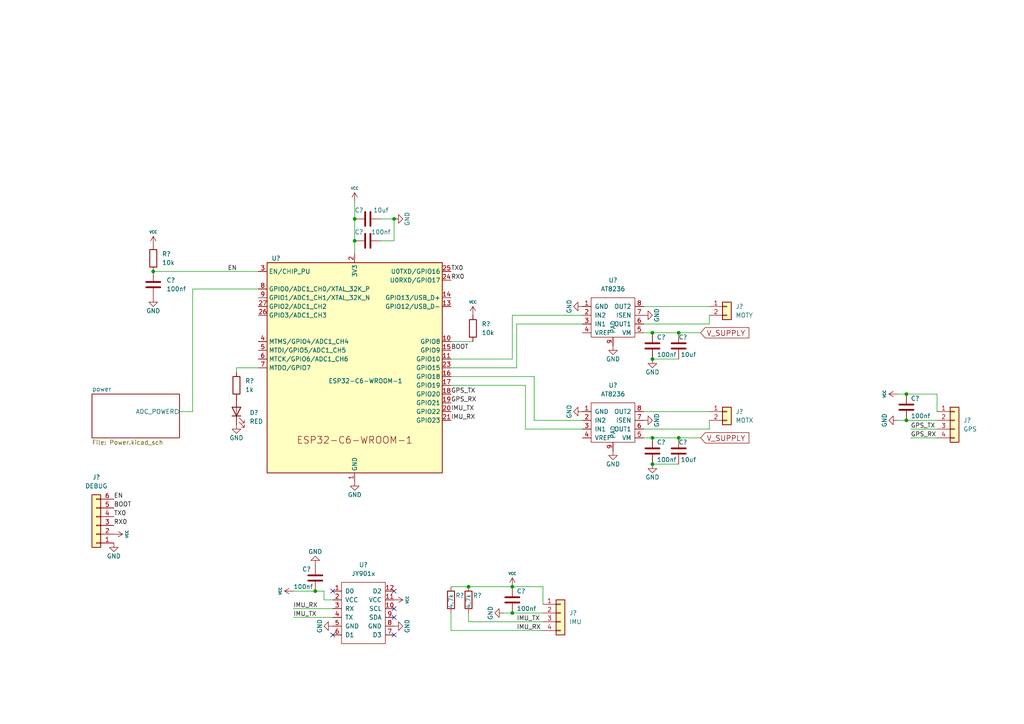
<source format=kicad_sch>
(kicad_sch (version 20211123) (generator eeschema)

  (uuid e725d47c-62fe-4c09-8cc4-2a8147c44124)

  (paper "A4")

  (title_block
    (title "Solar Tracer")
    (date "2025-02-26")
    (rev "V1.0")
  )

  (lib_symbols
    (symbol "Connector_Generic:Conn_01x02" (pin_names (offset 1.016) hide) (in_bom yes) (on_board yes)
      (property "Reference" "J" (id 0) (at 0 2.54 0)
        (effects (font (size 1.27 1.27)))
      )
      (property "Value" "Conn_01x02" (id 1) (at 0 -5.08 0)
        (effects (font (size 1.27 1.27)))
      )
      (property "Footprint" "" (id 2) (at 0 0 0)
        (effects (font (size 1.27 1.27)) hide)
      )
      (property "Datasheet" "~" (id 3) (at 0 0 0)
        (effects (font (size 1.27 1.27)) hide)
      )
      (property "ki_keywords" "connector" (id 4) (at 0 0 0)
        (effects (font (size 1.27 1.27)) hide)
      )
      (property "ki_description" "Generic connector, single row, 01x02, script generated (kicad-library-utils/schlib/autogen/connector/)" (id 5) (at 0 0 0)
        (effects (font (size 1.27 1.27)) hide)
      )
      (property "ki_fp_filters" "Connector*:*_1x??_*" (id 6) (at 0 0 0)
        (effects (font (size 1.27 1.27)) hide)
      )
      (symbol "Conn_01x02_1_1"
        (rectangle (start -1.27 -2.413) (end 0 -2.667)
          (stroke (width 0.1524) (type default) (color 0 0 0 0))
          (fill (type none))
        )
        (rectangle (start -1.27 0.127) (end 0 -0.127)
          (stroke (width 0.1524) (type default) (color 0 0 0 0))
          (fill (type none))
        )
        (rectangle (start -1.27 1.27) (end 1.27 -3.81)
          (stroke (width 0.254) (type default) (color 0 0 0 0))
          (fill (type background))
        )
        (pin passive line (at -5.08 0 0) (length 3.81)
          (name "Pin_1" (effects (font (size 1.27 1.27))))
          (number "1" (effects (font (size 1.27 1.27))))
        )
        (pin passive line (at -5.08 -2.54 0) (length 3.81)
          (name "Pin_2" (effects (font (size 1.27 1.27))))
          (number "2" (effects (font (size 1.27 1.27))))
        )
      )
    )
    (symbol "Connector_Generic:Conn_01x04" (pin_names (offset 1.016) hide) (in_bom yes) (on_board yes)
      (property "Reference" "J" (id 0) (at 0 5.08 0)
        (effects (font (size 1.27 1.27)))
      )
      (property "Value" "Conn_01x04" (id 1) (at 0 -7.62 0)
        (effects (font (size 1.27 1.27)))
      )
      (property "Footprint" "" (id 2) (at 0 0 0)
        (effects (font (size 1.27 1.27)) hide)
      )
      (property "Datasheet" "~" (id 3) (at 0 0 0)
        (effects (font (size 1.27 1.27)) hide)
      )
      (property "ki_keywords" "connector" (id 4) (at 0 0 0)
        (effects (font (size 1.27 1.27)) hide)
      )
      (property "ki_description" "Generic connector, single row, 01x04, script generated (kicad-library-utils/schlib/autogen/connector/)" (id 5) (at 0 0 0)
        (effects (font (size 1.27 1.27)) hide)
      )
      (property "ki_fp_filters" "Connector*:*_1x??_*" (id 6) (at 0 0 0)
        (effects (font (size 1.27 1.27)) hide)
      )
      (symbol "Conn_01x04_1_1"
        (rectangle (start -1.27 -4.953) (end 0 -5.207)
          (stroke (width 0.1524) (type default) (color 0 0 0 0))
          (fill (type none))
        )
        (rectangle (start -1.27 -2.413) (end 0 -2.667)
          (stroke (width 0.1524) (type default) (color 0 0 0 0))
          (fill (type none))
        )
        (rectangle (start -1.27 0.127) (end 0 -0.127)
          (stroke (width 0.1524) (type default) (color 0 0 0 0))
          (fill (type none))
        )
        (rectangle (start -1.27 2.667) (end 0 2.413)
          (stroke (width 0.1524) (type default) (color 0 0 0 0))
          (fill (type none))
        )
        (rectangle (start -1.27 3.81) (end 1.27 -6.35)
          (stroke (width 0.254) (type default) (color 0 0 0 0))
          (fill (type background))
        )
        (pin passive line (at -5.08 2.54 0) (length 3.81)
          (name "Pin_1" (effects (font (size 1.27 1.27))))
          (number "1" (effects (font (size 1.27 1.27))))
        )
        (pin passive line (at -5.08 0 0) (length 3.81)
          (name "Pin_2" (effects (font (size 1.27 1.27))))
          (number "2" (effects (font (size 1.27 1.27))))
        )
        (pin passive line (at -5.08 -2.54 0) (length 3.81)
          (name "Pin_3" (effects (font (size 1.27 1.27))))
          (number "3" (effects (font (size 1.27 1.27))))
        )
        (pin passive line (at -5.08 -5.08 0) (length 3.81)
          (name "Pin_4" (effects (font (size 1.27 1.27))))
          (number "4" (effects (font (size 1.27 1.27))))
        )
      )
    )
    (symbol "Connector_Generic:Conn_01x06" (pin_names (offset 1.016) hide) (in_bom yes) (on_board yes)
      (property "Reference" "J" (id 0) (at 0 7.62 0)
        (effects (font (size 1.27 1.27)))
      )
      (property "Value" "Conn_01x06" (id 1) (at 0 -10.16 0)
        (effects (font (size 1.27 1.27)))
      )
      (property "Footprint" "" (id 2) (at 0 0 0)
        (effects (font (size 1.27 1.27)) hide)
      )
      (property "Datasheet" "~" (id 3) (at 0 0 0)
        (effects (font (size 1.27 1.27)) hide)
      )
      (property "ki_keywords" "connector" (id 4) (at 0 0 0)
        (effects (font (size 1.27 1.27)) hide)
      )
      (property "ki_description" "Generic connector, single row, 01x06, script generated (kicad-library-utils/schlib/autogen/connector/)" (id 5) (at 0 0 0)
        (effects (font (size 1.27 1.27)) hide)
      )
      (property "ki_fp_filters" "Connector*:*_1x??_*" (id 6) (at 0 0 0)
        (effects (font (size 1.27 1.27)) hide)
      )
      (symbol "Conn_01x06_1_1"
        (rectangle (start -1.27 -7.493) (end 0 -7.747)
          (stroke (width 0.1524) (type default) (color 0 0 0 0))
          (fill (type none))
        )
        (rectangle (start -1.27 -4.953) (end 0 -5.207)
          (stroke (width 0.1524) (type default) (color 0 0 0 0))
          (fill (type none))
        )
        (rectangle (start -1.27 -2.413) (end 0 -2.667)
          (stroke (width 0.1524) (type default) (color 0 0 0 0))
          (fill (type none))
        )
        (rectangle (start -1.27 0.127) (end 0 -0.127)
          (stroke (width 0.1524) (type default) (color 0 0 0 0))
          (fill (type none))
        )
        (rectangle (start -1.27 2.667) (end 0 2.413)
          (stroke (width 0.1524) (type default) (color 0 0 0 0))
          (fill (type none))
        )
        (rectangle (start -1.27 5.207) (end 0 4.953)
          (stroke (width 0.1524) (type default) (color 0 0 0 0))
          (fill (type none))
        )
        (rectangle (start -1.27 6.35) (end 1.27 -8.89)
          (stroke (width 0.254) (type default) (color 0 0 0 0))
          (fill (type background))
        )
        (pin passive line (at -5.08 5.08 0) (length 3.81)
          (name "Pin_1" (effects (font (size 1.27 1.27))))
          (number "1" (effects (font (size 1.27 1.27))))
        )
        (pin passive line (at -5.08 2.54 0) (length 3.81)
          (name "Pin_2" (effects (font (size 1.27 1.27))))
          (number "2" (effects (font (size 1.27 1.27))))
        )
        (pin passive line (at -5.08 0 0) (length 3.81)
          (name "Pin_3" (effects (font (size 1.27 1.27))))
          (number "3" (effects (font (size 1.27 1.27))))
        )
        (pin passive line (at -5.08 -2.54 0) (length 3.81)
          (name "Pin_4" (effects (font (size 1.27 1.27))))
          (number "4" (effects (font (size 1.27 1.27))))
        )
        (pin passive line (at -5.08 -5.08 0) (length 3.81)
          (name "Pin_5" (effects (font (size 1.27 1.27))))
          (number "5" (effects (font (size 1.27 1.27))))
        )
        (pin passive line (at -5.08 -7.62 0) (length 3.81)
          (name "Pin_6" (effects (font (size 1.27 1.27))))
          (number "6" (effects (font (size 1.27 1.27))))
        )
      )
    )
    (symbol "Device:C" (pin_numbers hide) (pin_names (offset 0.254)) (in_bom yes) (on_board yes)
      (property "Reference" "C" (id 0) (at 0.635 2.54 0)
        (effects (font (size 1.27 1.27)) (justify left))
      )
      (property "Value" "C" (id 1) (at 0.635 -2.54 0)
        (effects (font (size 1.27 1.27)) (justify left))
      )
      (property "Footprint" "" (id 2) (at 0.9652 -3.81 0)
        (effects (font (size 1.27 1.27)) hide)
      )
      (property "Datasheet" "~" (id 3) (at 0 0 0)
        (effects (font (size 1.27 1.27)) hide)
      )
      (property "ki_keywords" "cap capacitor" (id 4) (at 0 0 0)
        (effects (font (size 1.27 1.27)) hide)
      )
      (property "ki_description" "Unpolarized capacitor" (id 5) (at 0 0 0)
        (effects (font (size 1.27 1.27)) hide)
      )
      (property "ki_fp_filters" "C_*" (id 6) (at 0 0 0)
        (effects (font (size 1.27 1.27)) hide)
      )
      (symbol "C_0_1"
        (polyline
          (pts
            (xy -2.032 -0.762)
            (xy 2.032 -0.762)
          )
          (stroke (width 0.508) (type default) (color 0 0 0 0))
          (fill (type none))
        )
        (polyline
          (pts
            (xy -2.032 0.762)
            (xy 2.032 0.762)
          )
          (stroke (width 0.508) (type default) (color 0 0 0 0))
          (fill (type none))
        )
      )
      (symbol "C_1_1"
        (pin passive line (at 0 3.81 270) (length 2.794)
          (name "~" (effects (font (size 1.27 1.27))))
          (number "1" (effects (font (size 1.27 1.27))))
        )
        (pin passive line (at 0 -3.81 90) (length 2.794)
          (name "~" (effects (font (size 1.27 1.27))))
          (number "2" (effects (font (size 1.27 1.27))))
        )
      )
    )
    (symbol "Device:LED" (pin_numbers hide) (pin_names (offset 1.016) hide) (in_bom yes) (on_board yes)
      (property "Reference" "D" (id 0) (at 0 2.54 0)
        (effects (font (size 1.27 1.27)))
      )
      (property "Value" "LED" (id 1) (at 0 -2.54 0)
        (effects (font (size 1.27 1.27)))
      )
      (property "Footprint" "" (id 2) (at 0 0 0)
        (effects (font (size 1.27 1.27)) hide)
      )
      (property "Datasheet" "~" (id 3) (at 0 0 0)
        (effects (font (size 1.27 1.27)) hide)
      )
      (property "ki_keywords" "LED diode" (id 4) (at 0 0 0)
        (effects (font (size 1.27 1.27)) hide)
      )
      (property "ki_description" "Light emitting diode" (id 5) (at 0 0 0)
        (effects (font (size 1.27 1.27)) hide)
      )
      (property "ki_fp_filters" "LED* LED_SMD:* LED_THT:*" (id 6) (at 0 0 0)
        (effects (font (size 1.27 1.27)) hide)
      )
      (symbol "LED_0_1"
        (polyline
          (pts
            (xy -1.27 -1.27)
            (xy -1.27 1.27)
          )
          (stroke (width 0.254) (type default) (color 0 0 0 0))
          (fill (type none))
        )
        (polyline
          (pts
            (xy -1.27 0)
            (xy 1.27 0)
          )
          (stroke (width 0) (type default) (color 0 0 0 0))
          (fill (type none))
        )
        (polyline
          (pts
            (xy 1.27 -1.27)
            (xy 1.27 1.27)
            (xy -1.27 0)
            (xy 1.27 -1.27)
          )
          (stroke (width 0.254) (type default) (color 0 0 0 0))
          (fill (type none))
        )
        (polyline
          (pts
            (xy -3.048 -0.762)
            (xy -4.572 -2.286)
            (xy -3.81 -2.286)
            (xy -4.572 -2.286)
            (xy -4.572 -1.524)
          )
          (stroke (width 0) (type default) (color 0 0 0 0))
          (fill (type none))
        )
        (polyline
          (pts
            (xy -1.778 -0.762)
            (xy -3.302 -2.286)
            (xy -2.54 -2.286)
            (xy -3.302 -2.286)
            (xy -3.302 -1.524)
          )
          (stroke (width 0) (type default) (color 0 0 0 0))
          (fill (type none))
        )
      )
      (symbol "LED_1_1"
        (pin passive line (at -3.81 0 0) (length 2.54)
          (name "K" (effects (font (size 1.27 1.27))))
          (number "1" (effects (font (size 1.27 1.27))))
        )
        (pin passive line (at 3.81 0 180) (length 2.54)
          (name "A" (effects (font (size 1.27 1.27))))
          (number "2" (effects (font (size 1.27 1.27))))
        )
      )
    )
    (symbol "Device:R" (pin_numbers hide) (pin_names (offset 0)) (in_bom yes) (on_board yes)
      (property "Reference" "R" (id 0) (at 2.032 0 90)
        (effects (font (size 1.27 1.27)))
      )
      (property "Value" "R" (id 1) (at 0 0 90)
        (effects (font (size 1.27 1.27)))
      )
      (property "Footprint" "" (id 2) (at -1.778 0 90)
        (effects (font (size 1.27 1.27)) hide)
      )
      (property "Datasheet" "~" (id 3) (at 0 0 0)
        (effects (font (size 1.27 1.27)) hide)
      )
      (property "ki_keywords" "R res resistor" (id 4) (at 0 0 0)
        (effects (font (size 1.27 1.27)) hide)
      )
      (property "ki_description" "Resistor" (id 5) (at 0 0 0)
        (effects (font (size 1.27 1.27)) hide)
      )
      (property "ki_fp_filters" "R_*" (id 6) (at 0 0 0)
        (effects (font (size 1.27 1.27)) hide)
      )
      (symbol "R_0_1"
        (rectangle (start -1.016 -2.54) (end 1.016 2.54)
          (stroke (width 0.254) (type default) (color 0 0 0 0))
          (fill (type none))
        )
      )
      (symbol "R_1_1"
        (pin passive line (at 0 3.81 270) (length 1.27)
          (name "~" (effects (font (size 1.27 1.27))))
          (number "1" (effects (font (size 1.27 1.27))))
        )
        (pin passive line (at 0 -3.81 90) (length 1.27)
          (name "~" (effects (font (size 1.27 1.27))))
          (number "2" (effects (font (size 1.27 1.27))))
        )
      )
    )
    (symbol "Espressif:ESP32-C6-WROOM-1" (in_bom yes) (on_board yes)
      (property "Reference" "" (id 0) (at 0 0 0)
        (effects (font (size 1.27 1.27)))
      )
      (property "Value" "ESP32-C6-WROOM-1" (id 1) (at 0 0 0)
        (effects (font (size 1.27 1.27)))
      )
      (property "Footprint" "" (id 2) (at 0 0 0)
        (effects (font (size 1.27 1.27)) hide)
      )
      (property "Datasheet" "" (id 3) (at 0 0 0)
        (effects (font (size 1.27 1.27)) hide)
      )
      (property "Reference_1" "U" (id 4) (at -25.4 35.56 0)
        (effects (font (size 1.27 1.27)) (justify left))
      )
      (property "Value_1" "ESP32-C6-WROOM-1" (id 5) (at -25.4 33.02 0)
        (effects (font (size 1.27 1.27)) (justify left))
      )
      (property "Footprint_1" "Espressif:ESP32-C6-WROOM-1" (id 6) (at 0 -45.085 0)
        (effects (font (size 1.27 1.27)) hide)
      )
      (property "Datasheet_1" "https://www.espressif.com/sites/default/files/documentation/esp32-c6-wroom-1_datasheet_en.pdf" (id 7) (at 0 -48.26 0)
        (effects (font (size 1.27 1.27)) hide)
      )
      (property "ki_keywords" "esp32-c6" (id 8) (at 0 0 0)
        (effects (font (size 1.27 1.27)) hide)
      )
      (property "ki_description" "ESP32-C6-WROOM-1 is a module that supports 2.4 GHz Wi-Fi 6 (802.11 ax), Bluetooth® 5 (LE), Zigbee and Thread (802.15.4)" (id 9) (at 0 0 0)
        (effects (font (size 1.27 1.27)) hide)
      )
      (symbol "ESP32-C6-WROOM-1_0_0"
        (text "ESP32-C6-WROOM-1" (at 0 -20.955 0)
          (effects (font (size 2 2)))
        )
      )
      (symbol "ESP32-C6-WROOM-1_0_1"
        (rectangle (start -25.4 30.48) (end 25.4 -30.48)
          (stroke (width 0.254) (type default) (color 0 0 0 0))
          (fill (type background))
        )
      )
      (symbol "ESP32-C6-WROOM-1_1_1"
        (pin power_in line (at 0 -33.02 90) (length 2.54)
          (name "GND" (effects (font (size 1.27 1.27))))
          (number "1" (effects (font (size 1.27 1.27))))
        )
        (pin bidirectional line (at 27.94 7.62 180) (length 2.54)
          (name "GPIO8" (effects (font (size 1.27 1.27))))
          (number "10" (effects (font (size 1.27 1.27))))
        )
        (pin bidirectional line (at 27.94 2.54 180) (length 2.54)
          (name "GPIO10" (effects (font (size 1.27 1.27))))
          (number "11" (effects (font (size 1.27 1.27))))
        )
        (pin bidirectional line (at 0 -33.02 90) (length 2.54) hide
          (name "GPIO11" (effects (font (size 1.27 1.27))))
          (number "12" (effects (font (size 1.27 1.27))))
        )
        (pin bidirectional line (at 27.94 17.78 180) (length 2.54)
          (name "GPIO12/USB_D-" (effects (font (size 1.27 1.27))))
          (number "13" (effects (font (size 1.27 1.27))))
        )
        (pin bidirectional line (at 27.94 20.32 180) (length 2.54)
          (name "GPIO13/USB_D+" (effects (font (size 1.27 1.27))))
          (number "14" (effects (font (size 1.27 1.27))))
        )
        (pin bidirectional line (at 27.94 5.08 180) (length 2.54)
          (name "GPIO9" (effects (font (size 1.27 1.27))))
          (number "15" (effects (font (size 1.27 1.27))))
        )
        (pin bidirectional line (at 27.94 -2.54 180) (length 2.54)
          (name "GPIO18" (effects (font (size 1.27 1.27))))
          (number "16" (effects (font (size 1.27 1.27))))
        )
        (pin bidirectional line (at 27.94 -5.08 180) (length 2.54)
          (name "GPIO19" (effects (font (size 1.27 1.27))))
          (number "17" (effects (font (size 1.27 1.27))))
        )
        (pin bidirectional line (at 27.94 -7.62 180) (length 2.54)
          (name "GPIO20" (effects (font (size 1.27 1.27))))
          (number "18" (effects (font (size 1.27 1.27))))
        )
        (pin bidirectional line (at 27.94 -10.16 180) (length 2.54)
          (name "GPIO21" (effects (font (size 1.27 1.27))))
          (number "19" (effects (font (size 1.27 1.27))))
        )
        (pin power_in line (at 0 33.02 270) (length 2.54)
          (name "3V3" (effects (font (size 1.27 1.27))))
          (number "2" (effects (font (size 1.27 1.27))))
        )
        (pin bidirectional line (at 27.94 -12.7 180) (length 2.54)
          (name "GPIO22" (effects (font (size 1.27 1.27))))
          (number "20" (effects (font (size 1.27 1.27))))
        )
        (pin bidirectional line (at 27.94 -15.24 180) (length 2.54)
          (name "GPIO23" (effects (font (size 1.27 1.27))))
          (number "21" (effects (font (size 1.27 1.27))))
        )
        (pin no_connect line (at -25.4 -12.7 0) (length 2.54) hide
          (name "NC" (effects (font (size 1.27 1.27))))
          (number "22" (effects (font (size 1.27 1.27))))
        )
        (pin bidirectional line (at 27.94 0 180) (length 2.54)
          (name "GPIO15" (effects (font (size 1.27 1.27))))
          (number "23" (effects (font (size 1.27 1.27))))
        )
        (pin bidirectional line (at 27.94 25.4 180) (length 2.54)
          (name "U0RXD/GPIO17" (effects (font (size 1.27 1.27))))
          (number "24" (effects (font (size 1.27 1.27))))
        )
        (pin bidirectional line (at 27.94 27.94 180) (length 2.54)
          (name "U0TXD/GPIO16" (effects (font (size 1.27 1.27))))
          (number "25" (effects (font (size 1.27 1.27))))
        )
        (pin bidirectional line (at -27.94 15.24 0) (length 2.54)
          (name "GPIO3/ADC1_CH3" (effects (font (size 1.27 1.27))))
          (number "26" (effects (font (size 1.27 1.27))))
        )
        (pin bidirectional line (at -27.94 17.78 0) (length 2.54)
          (name "GPIO2/ADC1_CH2" (effects (font (size 1.27 1.27))))
          (number "27" (effects (font (size 1.27 1.27))))
        )
        (pin passive line (at 0 -33.02 90) (length 2.54) hide
          (name "GND" (effects (font (size 1.27 1.27))))
          (number "28" (effects (font (size 1.27 1.27))))
        )
        (pin passive line (at 0 -33.02 90) (length 2.54) hide
          (name "GND" (effects (font (size 1.27 1.27))))
          (number "29" (effects (font (size 1.27 1.27))))
        )
        (pin input line (at -27.94 27.94 0) (length 2.54)
          (name "EN/CHIP_PU" (effects (font (size 1.27 1.27))))
          (number "3" (effects (font (size 1.27 1.27))))
        )
        (pin bidirectional line (at -27.94 7.62 0) (length 2.54)
          (name "MTMS/GPIO4/ADC1_CH4" (effects (font (size 1.27 1.27))))
          (number "4" (effects (font (size 1.27 1.27))))
        )
        (pin bidirectional line (at -27.94 5.08 0) (length 2.54)
          (name "MTDI/GPIO5/ADC1_CH5" (effects (font (size 1.27 1.27))))
          (number "5" (effects (font (size 1.27 1.27))))
        )
        (pin bidirectional line (at -27.94 2.54 0) (length 2.54)
          (name "MTCK/GPIO6/ADC1_CH6" (effects (font (size 1.27 1.27))))
          (number "6" (effects (font (size 1.27 1.27))))
        )
        (pin bidirectional line (at -27.94 0 0) (length 2.54)
          (name "MTDO/GPIO7" (effects (font (size 1.27 1.27))))
          (number "7" (effects (font (size 1.27 1.27))))
        )
        (pin bidirectional line (at -27.94 22.86 0) (length 2.54)
          (name "GPIO0/ADC1_CH0/XTAL_32K_P" (effects (font (size 1.27 1.27))))
          (number "8" (effects (font (size 1.27 1.27))))
        )
        (pin bidirectional line (at -27.94 20.32 0) (length 2.54)
          (name "GPIO1/ADC1_CH1/XTAL_32K_N" (effects (font (size 1.27 1.27))))
          (number "9" (effects (font (size 1.27 1.27))))
        )
      )
    )
    (symbol "misc:AT8236" (pin_names (offset 1.016)) (in_bom yes) (on_board yes)
      (property "Reference" "U" (id 0) (at -1.27 2.54 0)
        (effects (font (size 1.27 1.27)))
      )
      (property "Value" "AT8236" (id 1) (at 0 0 0)
        (effects (font (size 1.27 1.27)))
      )
      (property "Footprint" "Package_SO:SOIC-8-1EP_3.9x4.9mm_P1.27mm_EP2.29x3mm" (id 2) (at 0 0 0)
        (effects (font (size 1.27 1.27)) hide)
      )
      (property "Datasheet" "" (id 3) (at 0 0 0)
        (effects (font (size 1.27 1.27)) hide)
      )
      (property "ki_description" "直流有刷电机驱动器，高达6A的峰值电流" (id 4) (at 0 0 0)
        (effects (font (size 1.27 1.27)) hide)
      )
      (symbol "AT8236_0_1"
        (rectangle (start -3.81 -1.27) (end 8.89 -12.7)
          (stroke (width 0) (type default) (color 0 0 0 0))
          (fill (type none))
        )
      )
      (symbol "AT8236_1_1"
        (pin power_in line (at -6.35 -3.81 0) (length 2.54)
          (name "GND" (effects (font (size 1.27 1.27))))
          (number "1" (effects (font (size 1.27 1.27))))
        )
        (pin input line (at -6.35 -6.35 0) (length 2.54)
          (name "IN2" (effects (font (size 1.27 1.27))))
          (number "2" (effects (font (size 1.27 1.27))))
        )
        (pin output line (at -6.35 -8.89 0) (length 2.54)
          (name "IN1" (effects (font (size 1.27 1.27))))
          (number "3" (effects (font (size 1.27 1.27))))
        )
        (pin input line (at -6.35 -11.43 0) (length 2.54)
          (name "VREF" (effects (font (size 1.27 1.27))))
          (number "4" (effects (font (size 1.27 1.27))))
        )
        (pin power_in line (at 11.43 -11.43 180) (length 2.54)
          (name "VM" (effects (font (size 1.27 1.27))))
          (number "5" (effects (font (size 1.27 1.27))))
        )
        (pin output line (at 11.43 -8.89 180) (length 2.54)
          (name "OUT1" (effects (font (size 1.27 1.27))))
          (number "6" (effects (font (size 1.27 1.27))))
        )
        (pin input line (at 11.43 -6.35 180) (length 2.54)
          (name "ISEN" (effects (font (size 1.27 1.27))))
          (number "7" (effects (font (size 1.27 1.27))))
        )
        (pin output line (at 11.43 -3.81 180) (length 2.54)
          (name "OUT2" (effects (font (size 1.27 1.27))))
          (number "8" (effects (font (size 1.27 1.27))))
        )
        (pin bidirectional line (at 2.54 -15.24 90) (length 2.54)
          (name "PAD" (effects (font (size 1.27 1.27))))
          (number "9" (effects (font (size 1.27 1.27))))
        )
      )
    )
    (symbol "misc:JY901x" (pin_names (offset 1.016)) (in_bom yes) (on_board yes)
      (property "Reference" "U" (id 0) (at -1.27 2.54 0)
        (effects (font (size 1.27 1.27)))
      )
      (property "Value" "JY901x" (id 1) (at 0 0 0)
        (effects (font (size 1.27 1.27)))
      )
      (property "Footprint" "" (id 2) (at 0 0 0)
        (effects (font (size 1.27 1.27)) hide)
      )
      (property "Datasheet" "" (id 3) (at 0 0 0)
        (effects (font (size 1.27 1.27)) hide)
      )
      (property "ki_description" "维特智能九轴加速度计陀螺仪" (id 4) (at 0 0 0)
        (effects (font (size 1.27 1.27)) hide)
      )
      (symbol "JY901x_0_1"
        (rectangle (start -3.81 -1.27) (end 8.89 -19.05)
          (stroke (width 0) (type default) (color 0 0 0 0))
          (fill (type none))
        )
      )
      (symbol "JY901x_1_1"
        (pin bidirectional line (at -6.35 -3.81 0) (length 2.54)
          (name "D0" (effects (font (size 1.27 1.27))))
          (number "1" (effects (font (size 1.27 1.27))))
        )
        (pin bidirectional line (at 11.43 -8.89 180) (length 2.54)
          (name "SCL" (effects (font (size 1.27 1.27))))
          (number "10" (effects (font (size 1.27 1.27))))
        )
        (pin power_in line (at 11.43 -6.35 180) (length 2.54)
          (name "VCC" (effects (font (size 1.27 1.27))))
          (number "11" (effects (font (size 1.27 1.27))))
        )
        (pin bidirectional line (at 11.43 -3.81 180) (length 2.54)
          (name "D2" (effects (font (size 1.27 1.27))))
          (number "12" (effects (font (size 1.27 1.27))))
        )
        (pin power_in line (at -6.35 -6.35 0) (length 2.54)
          (name "VCC" (effects (font (size 1.27 1.27))))
          (number "2" (effects (font (size 1.27 1.27))))
        )
        (pin bidirectional line (at -6.35 -8.89 0) (length 2.54)
          (name "RX" (effects (font (size 1.27 1.27))))
          (number "3" (effects (font (size 1.27 1.27))))
        )
        (pin bidirectional line (at -6.35 -11.43 0) (length 2.54)
          (name "TX" (effects (font (size 1.27 1.27))))
          (number "4" (effects (font (size 1.27 1.27))))
        )
        (pin power_in line (at -6.35 -13.97 0) (length 2.54)
          (name "GND" (effects (font (size 1.27 1.27))))
          (number "5" (effects (font (size 1.27 1.27))))
        )
        (pin bidirectional line (at -6.35 -16.51 0) (length 2.54)
          (name "D1" (effects (font (size 1.27 1.27))))
          (number "6" (effects (font (size 1.27 1.27))))
        )
        (pin bidirectional line (at 11.43 -16.51 180) (length 2.54)
          (name "D3" (effects (font (size 1.27 1.27))))
          (number "7" (effects (font (size 1.27 1.27))))
        )
        (pin power_in line (at 11.43 -13.97 180) (length 2.54)
          (name "GND" (effects (font (size 1.27 1.27))))
          (number "8" (effects (font (size 1.27 1.27))))
        )
        (pin bidirectional line (at 11.43 -11.43 180) (length 2.54)
          (name "SDA" (effects (font (size 1.27 1.27))))
          (number "9" (effects (font (size 1.27 1.27))))
        )
      )
    )
    (symbol "power:GND" (power) (pin_names (offset 0)) (in_bom yes) (on_board yes)
      (property "Reference" "#PWR" (id 0) (at 0 -6.35 0)
        (effects (font (size 1.27 1.27)) hide)
      )
      (property "Value" "GND" (id 1) (at 0 -3.81 0)
        (effects (font (size 1.27 1.27)))
      )
      (property "Footprint" "" (id 2) (at 0 0 0)
        (effects (font (size 1.27 1.27)) hide)
      )
      (property "Datasheet" "" (id 3) (at 0 0 0)
        (effects (font (size 1.27 1.27)) hide)
      )
      (property "ki_keywords" "power-flag" (id 4) (at 0 0 0)
        (effects (font (size 1.27 1.27)) hide)
      )
      (property "ki_description" "Power symbol creates a global label with name \"GND\" , ground" (id 5) (at 0 0 0)
        (effects (font (size 1.27 1.27)) hide)
      )
      (symbol "GND_0_1"
        (polyline
          (pts
            (xy 0 0)
            (xy 0 -1.27)
            (xy 1.27 -1.27)
            (xy 0 -2.54)
            (xy -1.27 -1.27)
            (xy 0 -1.27)
          )
          (stroke (width 0) (type default) (color 0 0 0 0))
          (fill (type none))
        )
      )
      (symbol "GND_1_1"
        (pin power_in line (at 0 0 270) (length 0) hide
          (name "GND" (effects (font (size 1.27 1.27))))
          (number "1" (effects (font (size 1.27 1.27))))
        )
      )
    )
    (symbol "power:VCC" (power) (pin_names (offset 0)) (in_bom yes) (on_board yes)
      (property "Reference" "#PWR" (id 0) (at 0 -3.81 0)
        (effects (font (size 1.27 1.27)) hide)
      )
      (property "Value" "VCC" (id 1) (at 0 3.81 0)
        (effects (font (size 1.27 1.27)))
      )
      (property "Footprint" "" (id 2) (at 0 0 0)
        (effects (font (size 1.27 1.27)) hide)
      )
      (property "Datasheet" "" (id 3) (at 0 0 0)
        (effects (font (size 1.27 1.27)) hide)
      )
      (property "ki_keywords" "power-flag" (id 4) (at 0 0 0)
        (effects (font (size 1.27 1.27)) hide)
      )
      (property "ki_description" "Power symbol creates a global label with name \"VCC\"" (id 5) (at 0 0 0)
        (effects (font (size 1.27 1.27)) hide)
      )
      (symbol "VCC_0_1"
        (polyline
          (pts
            (xy -0.762 1.27)
            (xy 0 2.54)
          )
          (stroke (width 0) (type default) (color 0 0 0 0))
          (fill (type none))
        )
        (polyline
          (pts
            (xy 0 0)
            (xy 0 2.54)
          )
          (stroke (width 0) (type default) (color 0 0 0 0))
          (fill (type none))
        )
        (polyline
          (pts
            (xy 0 2.54)
            (xy 0.762 1.27)
          )
          (stroke (width 0) (type default) (color 0 0 0 0))
          (fill (type none))
        )
      )
      (symbol "VCC_1_1"
        (pin power_in line (at 0 0 90) (length 0) hide
          (name "VCC" (effects (font (size 1.27 1.27))))
          (number "1" (effects (font (size 1.27 1.27))))
        )
      )
    )
  )

  (junction (at 189.23 127) (diameter 0) (color 0 0 0 0)
    (uuid 18d6aa3a-51a4-41ad-b833-9059bd828c96)
  )
  (junction (at 91.44 171.45) (diameter 0) (color 0 0 0 0)
    (uuid 3917c133-abee-4691-814f-fb1e61f5770a)
  )
  (junction (at 196.85 96.52) (diameter 0) (color 0 0 0 0)
    (uuid 43ab108b-faa0-4566-b201-fe58f9e3316d)
  )
  (junction (at 148.59 170.18) (diameter 0) (color 0 0 0 0)
    (uuid 4b6c1766-466b-4447-b0c2-df53d46b2670)
  )
  (junction (at 189.23 96.52) (diameter 0) (color 0 0 0 0)
    (uuid 4f7c2cd1-b16f-4f08-bdb1-b971c755dca2)
  )
  (junction (at 114.3 63.5) (diameter 0) (color 0 0 0 0)
    (uuid 51404ef9-3a4d-44e1-ab99-43068e223a4b)
  )
  (junction (at 262.89 114.3) (diameter 0) (color 0 0 0 0)
    (uuid 570d26ef-d105-4d80-a1e8-7e677cf60562)
  )
  (junction (at 196.85 127) (diameter 0) (color 0 0 0 0)
    (uuid 648691d0-2d4e-40ea-a624-d62736412a4e)
  )
  (junction (at 102.87 69.85) (diameter 0) (color 0 0 0 0)
    (uuid 7e125297-2b3c-4ff1-908b-e036e69694fb)
  )
  (junction (at 102.87 63.5) (diameter 0) (color 0 0 0 0)
    (uuid 9ce747e8-9891-4283-9b7f-61db7950d7c4)
  )
  (junction (at 189.23 134.62) (diameter 0) (color 0 0 0 0)
    (uuid a8e521fd-3777-42b3-beba-05f9a01537c0)
  )
  (junction (at 189.23 104.14) (diameter 0) (color 0 0 0 0)
    (uuid dd65fe8e-bc2f-4c58-91dd-4aba3d1b0686)
  )
  (junction (at 135.89 170.18) (diameter 0) (color 0 0 0 0)
    (uuid e196d3d9-70fc-4ecf-9e80-285eb4b0495f)
  )
  (junction (at 262.89 121.92) (diameter 0) (color 0 0 0 0)
    (uuid e45191b7-e2de-4c56-97e7-3d58bd257149)
  )
  (junction (at 148.59 177.8) (diameter 0) (color 0 0 0 0)
    (uuid f298152f-0129-4ec1-981d-8212b861f62c)
  )
  (junction (at 44.45 78.74) (diameter 0) (color 0 0 0 0)
    (uuid f9e5c618-c5cf-45df-9e45-d5f799c255e9)
  )

  (no_connect (at 114.3 184.15) (uuid 0fb99ebd-a8e2-4780-84e7-3d324cac0405))
  (no_connect (at 114.3 179.07) (uuid 0fb99ebd-a8e2-4780-84e7-3d324cac0405))
  (no_connect (at 114.3 176.53) (uuid 0fb99ebd-a8e2-4780-84e7-3d324cac0405))
  (no_connect (at 114.3 171.45) (uuid 0fb99ebd-a8e2-4780-84e7-3d324cac0405))
  (no_connect (at 96.52 184.15) (uuid 0fb99ebd-a8e2-4780-84e7-3d324cac0405))
  (no_connect (at 96.52 171.45) (uuid 0fb99ebd-a8e2-4780-84e7-3d324cac0405))

  (wire (pts (xy 186.69 124.46) (xy 205.74 124.46))
    (stroke (width 0) (type default) (color 0 0 0 0))
    (uuid 03bd37cc-d25e-4046-a5fe-0f0e94575ad1)
  )
  (wire (pts (xy 114.3 63.5) (xy 114.3 69.85))
    (stroke (width 0) (type default) (color 0 0 0 0))
    (uuid 058042fe-7418-429e-950d-2f56d230112e)
  )
  (wire (pts (xy 130.81 99.06) (xy 137.16 99.06))
    (stroke (width 0) (type default) (color 0 0 0 0))
    (uuid 05e353bf-1b1c-49e4-a438-638d24ee0fde)
  )
  (wire (pts (xy 110.49 63.5) (xy 114.3 63.5))
    (stroke (width 0) (type default) (color 0 0 0 0))
    (uuid 07f55930-07c5-469f-8102-c2862c0078d4)
  )
  (wire (pts (xy 114.3 69.85) (xy 110.49 69.85))
    (stroke (width 0) (type default) (color 0 0 0 0))
    (uuid 08dcafaf-debf-4e62-a34c-f34642defe4b)
  )
  (wire (pts (xy 148.59 170.18) (xy 157.48 170.18))
    (stroke (width 0) (type default) (color 0 0 0 0))
    (uuid 0b3f8f56-c204-4266-84b0-6c3dff979aa7)
  )
  (wire (pts (xy 74.93 83.82) (xy 55.88 83.82))
    (stroke (width 0) (type default) (color 0 0 0 0))
    (uuid 0c8e9e9e-1fe2-4377-b6de-cfa4a0b5fd94)
  )
  (wire (pts (xy 262.89 121.92) (xy 271.78 121.92))
    (stroke (width 0) (type default) (color 0 0 0 0))
    (uuid 10c0e60e-3322-4e06-ae5e-dca688696253)
  )
  (wire (pts (xy 205.74 124.46) (xy 205.74 121.92))
    (stroke (width 0) (type default) (color 0 0 0 0))
    (uuid 144ad7ed-0cbd-476d-beb6-fc633c888385)
  )
  (wire (pts (xy 264.16 124.46) (xy 271.78 124.46))
    (stroke (width 0) (type default) (color 0 0 0 0))
    (uuid 1484817e-f1e1-4e21-a3e0-26b86a304b47)
  )
  (wire (pts (xy 55.88 119.38) (xy 52.07 119.38))
    (stroke (width 0) (type default) (color 0 0 0 0))
    (uuid 150561e7-70fb-454e-9ceb-3db2e116521b)
  )
  (wire (pts (xy 168.91 124.46) (xy 152.4 124.46))
    (stroke (width 0) (type default) (color 0 0 0 0))
    (uuid 155ffb91-3c89-496b-99ba-f08dde33f802)
  )
  (wire (pts (xy 189.23 96.52) (xy 196.85 96.52))
    (stroke (width 0) (type default) (color 0 0 0 0))
    (uuid 1b5a2326-72f3-4bc4-a589-b8d74437426f)
  )
  (wire (pts (xy 264.16 127) (xy 271.78 127))
    (stroke (width 0) (type default) (color 0 0 0 0))
    (uuid 211f3be2-cf52-48d9-9774-10d8a42ba4ba)
  )
  (wire (pts (xy 260.35 121.92) (xy 262.89 121.92))
    (stroke (width 0) (type default) (color 0 0 0 0))
    (uuid 230d15cf-aa30-4089-9e2d-5567b3c1b7c9)
  )
  (wire (pts (xy 189.23 104.14) (xy 196.85 104.14))
    (stroke (width 0) (type default) (color 0 0 0 0))
    (uuid 34981ce9-9675-4038-9471-db8b85aecaa6)
  )
  (wire (pts (xy 96.52 173.99) (xy 93.98 173.99))
    (stroke (width 0) (type default) (color 0 0 0 0))
    (uuid 3609f265-54fa-4763-9f57-72b396d3f157)
  )
  (wire (pts (xy 68.58 106.68) (xy 68.58 107.95))
    (stroke (width 0) (type default) (color 0 0 0 0))
    (uuid 3cd3f243-3a15-410b-a799-5bbe3128a95e)
  )
  (wire (pts (xy 186.69 93.98) (xy 205.74 93.98))
    (stroke (width 0) (type default) (color 0 0 0 0))
    (uuid 3ffb8133-05d3-41d3-90b5-e005686fd782)
  )
  (wire (pts (xy 44.45 78.74) (xy 74.93 78.74))
    (stroke (width 0) (type default) (color 0 0 0 0))
    (uuid 44fbfc95-b60a-487d-a2af-c824f8c56e2a)
  )
  (wire (pts (xy 93.98 171.45) (xy 91.44 171.45))
    (stroke (width 0) (type default) (color 0 0 0 0))
    (uuid 4639f383-2f13-410f-93c1-9b77a6cb1681)
  )
  (wire (pts (xy 260.35 114.3) (xy 262.89 114.3))
    (stroke (width 0) (type default) (color 0 0 0 0))
    (uuid 46c24e95-957f-4ce5-8a83-2d174aec3577)
  )
  (wire (pts (xy 102.87 69.85) (xy 102.87 73.66))
    (stroke (width 0) (type default) (color 0 0 0 0))
    (uuid 570593ef-0b50-47dc-93d0-0774e82676f8)
  )
  (wire (pts (xy 135.89 177.8) (xy 135.89 180.34))
    (stroke (width 0) (type default) (color 0 0 0 0))
    (uuid 57320934-a1ef-4794-96d7-bae00f90942b)
  )
  (wire (pts (xy 149.86 93.98) (xy 149.86 106.68))
    (stroke (width 0) (type default) (color 0 0 0 0))
    (uuid 636d916f-2112-49da-89ea-c4db6503adc4)
  )
  (wire (pts (xy 205.74 93.98) (xy 205.74 91.44))
    (stroke (width 0) (type default) (color 0 0 0 0))
    (uuid 671b99bb-4411-44db-ae04-ca6c7ff072eb)
  )
  (wire (pts (xy 152.4 124.46) (xy 152.4 111.76))
    (stroke (width 0) (type default) (color 0 0 0 0))
    (uuid 69896e52-c58f-4406-9f3d-365955af00da)
  )
  (wire (pts (xy 130.81 170.18) (xy 135.89 170.18))
    (stroke (width 0) (type default) (color 0 0 0 0))
    (uuid 6bbf4381-c784-47b8-89f7-d7a19be3443a)
  )
  (wire (pts (xy 130.81 177.8) (xy 130.81 182.88))
    (stroke (width 0) (type default) (color 0 0 0 0))
    (uuid 754628a0-dcc1-4c76-9b6f-fb4da3fb4bba)
  )
  (wire (pts (xy 135.89 170.18) (xy 148.59 170.18))
    (stroke (width 0) (type default) (color 0 0 0 0))
    (uuid 812fd441-d5e3-4653-9c80-1450e26a139f)
  )
  (wire (pts (xy 157.48 170.18) (xy 157.48 175.26))
    (stroke (width 0) (type default) (color 0 0 0 0))
    (uuid 89817688-3246-4621-b0cb-ff63c29ac50d)
  )
  (wire (pts (xy 154.94 121.92) (xy 168.91 121.92))
    (stroke (width 0) (type default) (color 0 0 0 0))
    (uuid 92e4c0b7-eb71-4700-a0b9-faa7d0f9f028)
  )
  (wire (pts (xy 271.78 114.3) (xy 271.78 119.38))
    (stroke (width 0) (type default) (color 0 0 0 0))
    (uuid 949f9468-43c2-4b6f-ad86-41bf50812560)
  )
  (wire (pts (xy 196.85 96.52) (xy 203.2 96.52))
    (stroke (width 0) (type default) (color 0 0 0 0))
    (uuid 9781f33d-c4b7-4da0-94fe-7593c4f8784d)
  )
  (wire (pts (xy 186.69 127) (xy 189.23 127))
    (stroke (width 0) (type default) (color 0 0 0 0))
    (uuid 9af950fc-b969-460e-a76e-b3e9cb852a8d)
  )
  (wire (pts (xy 130.81 104.14) (xy 148.59 104.14))
    (stroke (width 0) (type default) (color 0 0 0 0))
    (uuid 9e188fbe-6afd-4461-9b53-3f15909e960a)
  )
  (wire (pts (xy 135.89 180.34) (xy 157.48 180.34))
    (stroke (width 0) (type default) (color 0 0 0 0))
    (uuid a8b7a78e-b4fb-4606-8b2b-ab5fe7ffd80b)
  )
  (wire (pts (xy 130.81 182.88) (xy 157.48 182.88))
    (stroke (width 0) (type default) (color 0 0 0 0))
    (uuid ac7580eb-c3fa-4941-aeb7-4c4f5d784d48)
  )
  (wire (pts (xy 148.59 104.14) (xy 148.59 91.44))
    (stroke (width 0) (type default) (color 0 0 0 0))
    (uuid b319e420-da62-40f5-bc88-3d7189c476dd)
  )
  (wire (pts (xy 130.81 109.22) (xy 154.94 109.22))
    (stroke (width 0) (type default) (color 0 0 0 0))
    (uuid bf11068c-d353-4746-904f-939b9c448bc0)
  )
  (wire (pts (xy 85.09 179.07) (xy 96.52 179.07))
    (stroke (width 0) (type default) (color 0 0 0 0))
    (uuid c2c2572b-ccd8-4137-94b3-ec2591eb8ce8)
  )
  (wire (pts (xy 74.93 106.68) (xy 68.58 106.68))
    (stroke (width 0) (type default) (color 0 0 0 0))
    (uuid c2f5e63c-149c-46a6-852a-8005be0c099c)
  )
  (wire (pts (xy 186.69 119.38) (xy 205.74 119.38))
    (stroke (width 0) (type default) (color 0 0 0 0))
    (uuid cfce4b0d-ee12-4662-beae-4be2587c2a15)
  )
  (wire (pts (xy 149.86 106.68) (xy 130.81 106.68))
    (stroke (width 0) (type default) (color 0 0 0 0))
    (uuid d332fab4-e99f-4ea7-851b-d75f3834b233)
  )
  (wire (pts (xy 55.88 83.82) (xy 55.88 119.38))
    (stroke (width 0) (type default) (color 0 0 0 0))
    (uuid d49896e2-7dfa-4ff4-b777-90ec7dc57709)
  )
  (wire (pts (xy 154.94 109.22) (xy 154.94 121.92))
    (stroke (width 0) (type default) (color 0 0 0 0))
    (uuid d91d0d72-89ee-4e1e-8d11-a34d195febfc)
  )
  (wire (pts (xy 196.85 127) (xy 203.2 127))
    (stroke (width 0) (type default) (color 0 0 0 0))
    (uuid df608f8c-04bd-4bf4-9b85-bb203b6050dc)
  )
  (wire (pts (xy 93.98 173.99) (xy 93.98 171.45))
    (stroke (width 0) (type default) (color 0 0 0 0))
    (uuid e3082a5e-c7c7-40c0-ae09-ca8972bae16e)
  )
  (wire (pts (xy 189.23 127) (xy 196.85 127))
    (stroke (width 0) (type default) (color 0 0 0 0))
    (uuid e315228a-1289-4da7-96d9-42329a0f1e74)
  )
  (wire (pts (xy 186.69 96.52) (xy 189.23 96.52))
    (stroke (width 0) (type default) (color 0 0 0 0))
    (uuid e606a64c-e587-4f8d-a41e-f91cc0182807)
  )
  (wire (pts (xy 189.23 134.62) (xy 196.85 134.62))
    (stroke (width 0) (type default) (color 0 0 0 0))
    (uuid e653c9be-9a88-41ce-b952-848f29a7475f)
  )
  (wire (pts (xy 168.91 93.98) (xy 149.86 93.98))
    (stroke (width 0) (type default) (color 0 0 0 0))
    (uuid e6beed7a-b01d-4b9c-99e6-b6f282b2abee)
  )
  (wire (pts (xy 148.59 177.8) (xy 157.48 177.8))
    (stroke (width 0) (type default) (color 0 0 0 0))
    (uuid e7b7a1e6-d488-4edc-ac4f-a5b980edc636)
  )
  (wire (pts (xy 152.4 111.76) (xy 130.81 111.76))
    (stroke (width 0) (type default) (color 0 0 0 0))
    (uuid e8058575-757d-4e10-a3ba-160c07218b1a)
  )
  (wire (pts (xy 85.09 171.45) (xy 91.44 171.45))
    (stroke (width 0) (type default) (color 0 0 0 0))
    (uuid ebe0bfc8-cec6-4948-a290-e6944e70b040)
  )
  (wire (pts (xy 148.59 91.44) (xy 168.91 91.44))
    (stroke (width 0) (type default) (color 0 0 0 0))
    (uuid eca80d6e-48c4-4317-84ed-76c408853011)
  )
  (wire (pts (xy 186.69 88.9) (xy 205.74 88.9))
    (stroke (width 0) (type default) (color 0 0 0 0))
    (uuid ef731a57-6c6e-4872-ba35-46d4452fb1a3)
  )
  (wire (pts (xy 262.89 114.3) (xy 271.78 114.3))
    (stroke (width 0) (type default) (color 0 0 0 0))
    (uuid efeaa747-982f-4629-a022-fb6732e65486)
  )
  (wire (pts (xy 146.05 177.8) (xy 148.59 177.8))
    (stroke (width 0) (type default) (color 0 0 0 0))
    (uuid f2aa3eb8-1317-46b8-b08f-963448b16032)
  )
  (wire (pts (xy 102.87 58.42) (xy 102.87 63.5))
    (stroke (width 0) (type default) (color 0 0 0 0))
    (uuid f9a805fc-1e10-41ee-ab09-b9b8779d3ea7)
  )
  (wire (pts (xy 85.09 176.53) (xy 96.52 176.53))
    (stroke (width 0) (type default) (color 0 0 0 0))
    (uuid fafa459c-c0f6-4c6a-a224-9eb67e75a43e)
  )
  (wire (pts (xy 102.87 63.5) (xy 102.87 69.85))
    (stroke (width 0) (type default) (color 0 0 0 0))
    (uuid fb6b5aa1-5084-4ca2-af0b-d99bec4395fa)
  )

  (label "IMU_TX" (at 85.09 179.07 0)
    (effects (font (size 1.27 1.27)) (justify left bottom))
    (uuid 01132dd6-5d1a-418d-96ba-dfb8ff15a2c0)
  )
  (label "GPS_RX" (at 264.16 127 0)
    (effects (font (size 1.27 1.27)) (justify left bottom))
    (uuid 0e0cce30-f339-45da-85dd-75f99950d98a)
  )
  (label "GPS_RX" (at 130.81 116.84 0)
    (effects (font (size 1.27 1.27)) (justify left bottom))
    (uuid 0e5a18da-cb18-4382-9db8-52ad02de5b7a)
  )
  (label "GPS_TX" (at 264.16 124.46 0)
    (effects (font (size 1.27 1.27)) (justify left bottom))
    (uuid 14201dff-0537-4f06-8cb6-383a05670a67)
  )
  (label "TX0" (at 33.02 149.86 0)
    (effects (font (size 1.27 1.27)) (justify left bottom))
    (uuid 365440bc-bd09-4b79-9672-35d568ea7e5b)
  )
  (label "RX0" (at 130.81 81.28 0)
    (effects (font (size 1.27 1.27)) (justify left bottom))
    (uuid 3731d3a4-507b-453b-95ea-61e2b327c292)
  )
  (label "EN" (at 66.04 78.74 0)
    (effects (font (size 1.27 1.27)) (justify left bottom))
    (uuid 3cab98be-4bb7-4160-801c-ec7a5c2e04d8)
  )
  (label "BOOT" (at 33.02 147.32 0)
    (effects (font (size 1.27 1.27)) (justify left bottom))
    (uuid 5c8031cf-5d0f-4e26-8ad5-26da754e27f9)
  )
  (label "EN" (at 33.02 144.78 0)
    (effects (font (size 1.27 1.27)) (justify left bottom))
    (uuid 60b1e9ef-6dff-4448-9a7a-afe072f76336)
  )
  (label "RX0" (at 33.02 152.4 0)
    (effects (font (size 1.27 1.27)) (justify left bottom))
    (uuid 6e884208-90ee-4e6d-9195-d7c7cc059428)
  )
  (label "IMU_TX" (at 130.81 119.38 0)
    (effects (font (size 1.27 1.27)) (justify left bottom))
    (uuid 6fbc5d24-4bfd-451d-aff9-d695ea8a5f7a)
  )
  (label "IMU_TX" (at 149.86 180.34 0)
    (effects (font (size 1.27 1.27)) (justify left bottom))
    (uuid 7f93691f-1848-4daf-9dcb-ab6b21c56807)
  )
  (label "IMU_RX" (at 149.86 182.88 0)
    (effects (font (size 1.27 1.27)) (justify left bottom))
    (uuid b25b3466-b04f-4217-bafe-b8fea88fb5b0)
  )
  (label "TX0" (at 130.81 78.74 0)
    (effects (font (size 1.27 1.27)) (justify left bottom))
    (uuid b60f0323-dfd6-4aab-8de8-edc5fa3e554b)
  )
  (label "IMU_RX" (at 85.09 176.53 0)
    (effects (font (size 1.27 1.27)) (justify left bottom))
    (uuid c3a25735-1a27-4b32-862f-9e1290054257)
  )
  (label "IMU_RX" (at 130.81 121.92 0)
    (effects (font (size 1.27 1.27)) (justify left bottom))
    (uuid d25c70f2-779b-44b5-a317-c5e978324c1c)
  )
  (label "BOOT" (at 130.81 101.6 0)
    (effects (font (size 1.27 1.27)) (justify left bottom))
    (uuid d5dd2e0c-69d2-4904-b9f2-1925f9dd2152)
  )
  (label "GPS_TX" (at 130.81 114.3 0)
    (effects (font (size 1.27 1.27)) (justify left bottom))
    (uuid dc0a1042-978c-4a6c-bf16-264d094339f2)
  )

  (global_label "V_SUPPLY" (shape input) (at 203.2 127 0) (fields_autoplaced)
    (effects (font (size 1.524 1.524)) (justify left))
    (uuid 7cc6a7cf-e956-4cda-bf86-3a6061db8469)
    (property "Intersheet References" "${INTERSHEET_REFS}" (id 0) (at 387.35 224.79 0)
      (effects (font (size 1.27 1.27)) hide)
    )
  )
  (global_label "V_SUPPLY" (shape input) (at 203.2 96.52 0) (fields_autoplaced)
    (effects (font (size 1.524 1.524)) (justify left))
    (uuid a48218be-d5a4-48d1-8961-34ce6b2614fe)
    (property "Intersheet References" "${INTERSHEET_REFS}" (id 0) (at 387.35 194.31 0)
      (effects (font (size 1.27 1.27)) hide)
    )
  )

  (symbol (lib_id "power:GND") (at 186.69 121.92 90) (unit 1)
    (in_bom yes) (on_board yes)
    (uuid 0487886b-4d3e-440d-b0ad-e9ed298c208f)
    (property "Reference" "#PWR?" (id 0) (at 186.69 121.92 0)
      (effects (font (size 0.762 0.762)) hide)
    )
    (property "Value" "GND" (id 1) (at 190.5 121.92 0))
    (property "Footprint" "" (id 2) (at 186.69 121.92 0)
      (effects (font (size 1.27 1.27)) hide)
    )
    (property "Datasheet" "" (id 3) (at 186.69 121.92 0)
      (effects (font (size 1.27 1.27)) hide)
    )
    (pin "1" (uuid 6f5eaa99-2672-4c40-a928-ccaec65a6bdc))
  )

  (symbol (lib_id "power:VCC") (at 85.09 171.45 90) (unit 1)
    (in_bom yes) (on_board yes)
    (uuid 060b5983-cabe-42af-be2c-e7f29014b8a6)
    (property "Reference" "#PWR?" (id 0) (at 82.55 171.45 0)
      (effects (font (size 0.762 0.762)) hide)
    )
    (property "Value" "VCC" (id 1) (at 81.28 171.45 0)
      (effects (font (size 0.762 0.762)))
    )
    (property "Footprint" "" (id 2) (at 85.09 171.45 0)
      (effects (font (size 1.524 1.524)) hide)
    )
    (property "Datasheet" "" (id 3) (at 85.09 171.45 0)
      (effects (font (size 1.524 1.524)) hide)
    )
    (pin "1" (uuid c9e7a155-a80a-4037-81c3-73baaa00c9b3))
  )

  (symbol (lib_id "Espressif:ESP32-C6-WROOM-1") (at 102.87 106.68 0) (unit 1)
    (in_bom yes) (on_board yes)
    (uuid 07373fbb-6e79-481d-ad83-0f1a8f022e85)
    (property "Reference" "U?" (id 0) (at 78.74 74.93 0)
      (effects (font (size 1.27 1.27)) (justify left))
    )
    (property "Value" "ESP32-C6-WROOM-1" (id 1) (at 95.25 110.49 0)
      (effects (font (size 1.27 1.27)) (justify left))
    )
    (property "Footprint" "Espressif:ESP32-C3-WROOM-02U" (id 2) (at 102.87 106.68 0)
      (effects (font (size 1.27 1.27)) hide)
    )
    (property "Datasheet" "https://www.espressif.com/sites/default/files/documentation/esp32-c6-wroom-1_datasheet_en.pdf" (id 3) (at 102.87 106.68 0)
      (effects (font (size 1.27 1.27)) hide)
    )
    (pin "1" (uuid 1f4b6afe-98cb-4748-9f42-b14d7a2bcff5))
    (pin "10" (uuid 458a2df5-fcbe-4286-878d-aea182b132b3))
    (pin "11" (uuid 6c2f057e-e668-4ae9-88ac-390bc409c13d))
    (pin "12" (uuid acf7ba73-96ab-4be8-b39f-0f31208fc1b8))
    (pin "13" (uuid af447328-ff5e-4c53-8a69-b6709132a52e))
    (pin "14" (uuid 372dbd3f-2b47-4663-8db7-516cff3c5249))
    (pin "15" (uuid ffb48c13-5f82-4b7d-b8cc-f88e9bbf9619))
    (pin "16" (uuid 0afb953d-6ea5-48ff-8a91-bdc79656228a))
    (pin "17" (uuid f1a6b07a-b856-4c21-a270-ad1f6e74ee5d))
    (pin "18" (uuid 306db0c4-f1b4-48c1-9a95-f62c53a782c4))
    (pin "19" (uuid 6985f7fb-360d-4756-a41c-53bae7994ee9))
    (pin "2" (uuid 27076477-8234-4ad7-80de-5f7af1322024))
    (pin "20" (uuid 1473b750-9558-4275-8b40-47459b5b7763))
    (pin "21" (uuid 4c0e2670-75ac-4c06-a501-ab4f8c4ceacb))
    (pin "22" (uuid d605be90-ceda-4590-b8f6-e4c5ed019ec8))
    (pin "23" (uuid 9ab864fb-b1e9-441c-ba39-b88daff3830c))
    (pin "24" (uuid 64c87e67-8f0f-48f1-a779-608ecf5698c6))
    (pin "25" (uuid 3fba3f08-f98c-4954-bd62-e00a4f882eab))
    (pin "26" (uuid 4ef2984e-a82b-45bc-9f72-c40cb6914f6b))
    (pin "27" (uuid 2887a0a4-1a81-4681-914d-2808cf743b28))
    (pin "28" (uuid 2c5baae0-ebcf-4e7a-8c33-94c77e64d2a5))
    (pin "29" (uuid 03f6bc98-b79d-4004-b7de-ba733211790b))
    (pin "3" (uuid f118e9d5-86d3-41cc-ad11-09f8b688cfb4))
    (pin "4" (uuid d8bbf8bc-2e36-4690-9179-311ce0a7fd3e))
    (pin "5" (uuid 695eb585-35da-4956-ae46-0e8125477ec7))
    (pin "6" (uuid 9f05fe21-9e70-40a8-98e9-dfeb6793427b))
    (pin "7" (uuid a23f4123-a657-4f5e-bc77-b727dffe4e8a))
    (pin "8" (uuid 56e0e29c-e96c-4516-9285-6202a05b117e))
    (pin "9" (uuid aad78a6a-2bb6-4576-bccc-8ab371188ca2))
  )

  (symbol (lib_id "misc:AT8236") (at 175.26 115.57 0) (unit 1)
    (in_bom yes) (on_board yes) (fields_autoplaced)
    (uuid 0856e40a-8148-448e-9252-2028c798b784)
    (property "Reference" "U?" (id 0) (at 177.8 111.76 0))
    (property "Value" "AT8236" (id 1) (at 177.8 114.3 0))
    (property "Footprint" "Package_SO:SOIC-8-1EP_3.9x4.9mm_P1.27mm_EP2.29x3mm" (id 2) (at 175.26 115.57 0)
      (effects (font (size 1.27 1.27)) hide)
    )
    (property "Datasheet" "" (id 3) (at 175.26 115.57 0)
      (effects (font (size 1.27 1.27)) hide)
    )
    (pin "1" (uuid e74dd55a-26ad-45e0-8408-c3b4679e42d2))
    (pin "2" (uuid e82ea6f1-0eca-4bb7-a456-f37c66e6754d))
    (pin "3" (uuid 8cef0317-8f67-455e-87c6-9d641e31d320))
    (pin "4" (uuid c36d7a2d-9cf1-440a-bb4d-8d72e88c9cf2))
    (pin "5" (uuid 8c9f667e-a752-4001-acd7-bb0fc9358297))
    (pin "6" (uuid 7ae1ed21-e9d6-4029-ab55-94b248a68bf5))
    (pin "7" (uuid 3530c0a1-c638-4dad-a692-863a2104add4))
    (pin "8" (uuid 6863c239-5919-4e1c-b096-b49819df7e81))
    (pin "9" (uuid a1947536-f8d3-4515-bbfc-5c8abebcfdb5))
  )

  (symbol (lib_id "power:GND") (at 186.69 91.44 90) (unit 1)
    (in_bom yes) (on_board yes)
    (uuid 09b0b117-0f01-4d3b-b2f8-46a9dbf392bf)
    (property "Reference" "#PWR?" (id 0) (at 186.69 91.44 0)
      (effects (font (size 0.762 0.762)) hide)
    )
    (property "Value" "GND" (id 1) (at 190.5 91.44 0))
    (property "Footprint" "" (id 2) (at 186.69 91.44 0)
      (effects (font (size 1.27 1.27)) hide)
    )
    (property "Datasheet" "" (id 3) (at 186.69 91.44 0)
      (effects (font (size 1.27 1.27)) hide)
    )
    (pin "1" (uuid a3195f96-c2e8-493b-983a-540ed5df902d))
  )

  (symbol (lib_id "Device:C") (at 106.68 63.5 90) (unit 1)
    (in_bom yes) (on_board yes)
    (uuid 11df4553-fa9c-487f-8d94-d6d25130e744)
    (property "Reference" "C?" (id 0) (at 104.14 60.96 90))
    (property "Value" "10uf" (id 1) (at 110.49 60.96 90))
    (property "Footprint" "Capacitor_SMD:C_0603_1608Metric" (id 2) (at 110.49 62.5348 0)
      (effects (font (size 1.27 1.27)) hide)
    )
    (property "Datasheet" "~" (id 3) (at 106.68 63.5 0)
      (effects (font (size 1.27 1.27)) hide)
    )
    (pin "1" (uuid f9844ea6-c976-4b98-8186-c6e8c6f5d66f))
    (pin "2" (uuid 124b039f-ae07-4298-9e78-d6fad420fe51))
  )

  (symbol (lib_id "Device:C") (at 44.45 82.55 0) (unit 1)
    (in_bom yes) (on_board yes) (fields_autoplaced)
    (uuid 1b121457-159e-4c0b-86cb-3823a5f3a26a)
    (property "Reference" "C?" (id 0) (at 48.26 81.2799 0)
      (effects (font (size 1.27 1.27)) (justify left))
    )
    (property "Value" "100nf" (id 1) (at 48.26 83.8199 0)
      (effects (font (size 1.27 1.27)) (justify left))
    )
    (property "Footprint" "Capacitor_SMD:C_0402_1005Metric" (id 2) (at 45.4152 86.36 0)
      (effects (font (size 1.27 1.27)) hide)
    )
    (property "Datasheet" "~" (id 3) (at 44.45 82.55 0)
      (effects (font (size 1.27 1.27)) hide)
    )
    (pin "1" (uuid 7bc3f4a0-ad5c-4300-b7dd-f35a567b1d89))
    (pin "2" (uuid e3ec6637-57aa-4e69-ad68-50c44b002144))
  )

  (symbol (lib_id "misc:JY901x") (at 102.87 167.64 0) (unit 1)
    (in_bom yes) (on_board yes) (fields_autoplaced)
    (uuid 1df7548a-a634-4fa5-942e-7b6e6e104a48)
    (property "Reference" "U?" (id 0) (at 105.41 163.83 0))
    (property "Value" "JY901x" (id 1) (at 105.41 166.37 0))
    (property "Footprint" "" (id 2) (at 102.87 167.64 0)
      (effects (font (size 1.27 1.27)) hide)
    )
    (property "Datasheet" "" (id 3) (at 102.87 167.64 0)
      (effects (font (size 1.27 1.27)) hide)
    )
    (pin "1" (uuid e78c2939-0a1c-452c-b8cc-73ae3fb60394))
    (pin "10" (uuid 11d2ff26-ec81-4e6a-a812-758dd7be01c6))
    (pin "11" (uuid 85d39807-fd54-46b1-9f96-d5927e80cb53))
    (pin "12" (uuid 9a288363-cac5-4033-9983-17df42a69562))
    (pin "2" (uuid af4bdae7-cf29-4981-85bf-ad656272ad8e))
    (pin "3" (uuid 906b759b-76af-4ca9-8a74-122cd5e45420))
    (pin "4" (uuid 2bba42f2-d16f-44df-9d23-28485fdd0b4b))
    (pin "5" (uuid 562494cc-3374-4791-8234-9b3238a80dc6))
    (pin "6" (uuid 48d04dd6-50a3-48d8-afdd-0cdb495d61d1))
    (pin "7" (uuid 3e1d5f14-0015-4ce5-97bd-4b31b8ccc60f))
    (pin "8" (uuid b3ab1350-d747-492a-9944-a0825fc4963e))
    (pin "9" (uuid ed82af90-1f88-4abb-baef-e8a8d7b64661))
  )

  (symbol (lib_id "power:GND") (at 189.23 134.62 0) (unit 1)
    (in_bom yes) (on_board yes)
    (uuid 23415a8a-db38-4edb-87b2-f02990353cb5)
    (property "Reference" "#PWR?" (id 0) (at 189.23 134.62 0)
      (effects (font (size 0.762 0.762)) hide)
    )
    (property "Value" "GND" (id 1) (at 189.23 138.43 0))
    (property "Footprint" "" (id 2) (at 189.23 134.62 0)
      (effects (font (size 1.27 1.27)) hide)
    )
    (property "Datasheet" "" (id 3) (at 189.23 134.62 0)
      (effects (font (size 1.27 1.27)) hide)
    )
    (pin "1" (uuid 995ab41b-3abb-4125-ac01-6f9e941ea5ba))
  )

  (symbol (lib_id "Device:C") (at 189.23 100.33 0) (unit 1)
    (in_bom yes) (on_board yes)
    (uuid 24a41dd3-340c-48cc-addf-92582c0280e4)
    (property "Reference" "C?" (id 0) (at 190.5 97.79 0)
      (effects (font (size 1.27 1.27)) (justify left))
    )
    (property "Value" "100nf" (id 1) (at 190.5 102.87 0)
      (effects (font (size 1.27 1.27)) (justify left))
    )
    (property "Footprint" "Capacitor_SMD:C_0402_1005Metric" (id 2) (at 190.1952 104.14 0)
      (effects (font (size 1.27 1.27)) hide)
    )
    (property "Datasheet" "~" (id 3) (at 189.23 100.33 0)
      (effects (font (size 1.27 1.27)) hide)
    )
    (pin "1" (uuid 07fc475e-5a5e-4d0b-84bc-dbfbb082895c))
    (pin "2" (uuid 83cf4832-2e4d-4b83-bc11-5c6d7e14f357))
  )

  (symbol (lib_id "power:GND") (at 168.91 88.9 270) (unit 1)
    (in_bom yes) (on_board yes)
    (uuid 2a06ae45-f1e1-4ab5-a93d-0c22967043a2)
    (property "Reference" "#PWR?" (id 0) (at 168.91 88.9 0)
      (effects (font (size 0.762 0.762)) hide)
    )
    (property "Value" "GND" (id 1) (at 165.1 88.9 0))
    (property "Footprint" "" (id 2) (at 168.91 88.9 0)
      (effects (font (size 1.27 1.27)) hide)
    )
    (property "Datasheet" "" (id 3) (at 168.91 88.9 0)
      (effects (font (size 1.27 1.27)) hide)
    )
    (pin "1" (uuid 1c904c0f-b396-44bf-8ae8-18720a6955e1))
  )

  (symbol (lib_id "power:GND") (at 96.52 181.61 270) (unit 1)
    (in_bom yes) (on_board yes)
    (uuid 30f4c54b-38f9-4eee-8503-fd86f30bca72)
    (property "Reference" "#PWR?" (id 0) (at 96.52 181.61 0)
      (effects (font (size 0.762 0.762)) hide)
    )
    (property "Value" "GND" (id 1) (at 92.71 181.61 0))
    (property "Footprint" "" (id 2) (at 96.52 181.61 0)
      (effects (font (size 1.27 1.27)) hide)
    )
    (property "Datasheet" "" (id 3) (at 96.52 181.61 0)
      (effects (font (size 1.27 1.27)) hide)
    )
    (pin "1" (uuid 2b94c324-4498-4ffd-a0b4-80efc52094f8))
  )

  (symbol (lib_id "power:VCC") (at 148.59 170.18 0) (unit 1)
    (in_bom yes) (on_board yes)
    (uuid 34747ef7-4db3-48cd-8b40-c36a2f163817)
    (property "Reference" "#PWR?" (id 0) (at 148.59 167.64 0)
      (effects (font (size 0.762 0.762)) hide)
    )
    (property "Value" "VCC" (id 1) (at 148.59 166.37 0)
      (effects (font (size 0.762 0.762)))
    )
    (property "Footprint" "" (id 2) (at 148.59 170.18 0)
      (effects (font (size 1.524 1.524)) hide)
    )
    (property "Datasheet" "" (id 3) (at 148.59 170.18 0)
      (effects (font (size 1.524 1.524)) hide)
    )
    (pin "1" (uuid e8be71aa-4d59-4c24-be57-251774d0f191))
  )

  (symbol (lib_id "Connector_Generic:Conn_01x06") (at 27.94 152.4 180) (unit 1)
    (in_bom yes) (on_board yes) (fields_autoplaced)
    (uuid 3cfab22a-a158-4f31-aeee-1ad0df11669e)
    (property "Reference" "J?" (id 0) (at 27.94 138.43 0))
    (property "Value" "DEBUG" (id 1) (at 27.94 140.97 0))
    (property "Footprint" "" (id 2) (at 27.94 152.4 0)
      (effects (font (size 1.27 1.27)) hide)
    )
    (property "Datasheet" "~" (id 3) (at 27.94 152.4 0)
      (effects (font (size 1.27 1.27)) hide)
    )
    (pin "1" (uuid 0169b8ad-5902-437c-a793-28199cdc6ac2))
    (pin "2" (uuid edf44fa0-04de-4eb3-aa49-4f45506a4a0b))
    (pin "3" (uuid ae1c970d-cd03-4261-b1ef-933af1f73f3b))
    (pin "4" (uuid 9758501c-d7ef-4bcd-81ae-5904ef037227))
    (pin "5" (uuid 60763d7e-0e1c-49ba-af76-b3e57585bec8))
    (pin "6" (uuid ec1b704b-e0a2-455a-87b4-a8718c6d5c21))
  )

  (symbol (lib_id "power:GND") (at 177.8 100.33 0) (unit 1)
    (in_bom yes) (on_board yes)
    (uuid 43bc010a-c1b6-4d9f-b1fe-deeeddda3d5b)
    (property "Reference" "#PWR?" (id 0) (at 177.8 100.33 0)
      (effects (font (size 0.762 0.762)) hide)
    )
    (property "Value" "GND" (id 1) (at 177.8 104.14 0))
    (property "Footprint" "" (id 2) (at 177.8 100.33 0)
      (effects (font (size 1.27 1.27)) hide)
    )
    (property "Datasheet" "" (id 3) (at 177.8 100.33 0)
      (effects (font (size 1.27 1.27)) hide)
    )
    (pin "1" (uuid dc8b6938-35ee-4eb4-921f-00bc68d48899))
  )

  (symbol (lib_id "Device:C") (at 91.44 167.64 0) (unit 1)
    (in_bom yes) (on_board yes)
    (uuid 4c009c42-7929-4d57-ad5c-c2721f0d4aa6)
    (property "Reference" "C?" (id 0) (at 87.63 165.1 0)
      (effects (font (size 1.27 1.27)) (justify left))
    )
    (property "Value" "100nf" (id 1) (at 85.09 170.18 0)
      (effects (font (size 1.27 1.27)) (justify left))
    )
    (property "Footprint" "Capacitor_SMD:C_0402_1005Metric" (id 2) (at 92.4052 171.45 0)
      (effects (font (size 1.27 1.27)) hide)
    )
    (property "Datasheet" "~" (id 3) (at 91.44 167.64 0)
      (effects (font (size 1.27 1.27)) hide)
    )
    (pin "1" (uuid 991a4b14-290f-4695-99f3-d73223c75176))
    (pin "2" (uuid b897aa81-b18c-4597-9b8d-a662aac81f3e))
  )

  (symbol (lib_id "Connector_Generic:Conn_01x04") (at 276.86 121.92 0) (unit 1)
    (in_bom yes) (on_board yes) (fields_autoplaced)
    (uuid 4c0d8177-6e44-417f-9f41-2ba79e480148)
    (property "Reference" "J?" (id 0) (at 279.4 121.9199 0)
      (effects (font (size 1.27 1.27)) (justify left))
    )
    (property "Value" "GPS" (id 1) (at 279.4 124.4599 0)
      (effects (font (size 1.27 1.27)) (justify left))
    )
    (property "Footprint" "" (id 2) (at 276.86 121.92 0)
      (effects (font (size 1.27 1.27)) hide)
    )
    (property "Datasheet" "~" (id 3) (at 276.86 121.92 0)
      (effects (font (size 1.27 1.27)) hide)
    )
    (pin "1" (uuid f8c98f54-6892-4f23-8fd3-8747f24fef2d))
    (pin "2" (uuid 03792c4a-a45b-428a-86a0-5581be5853fa))
    (pin "3" (uuid 393c8abb-d989-43b8-b152-32aa72ff1550))
    (pin "4" (uuid b4679007-561b-4a67-a6b0-7bd10af99586))
  )

  (symbol (lib_id "power:GND") (at 168.91 119.38 270) (unit 1)
    (in_bom yes) (on_board yes)
    (uuid 51151d1a-fcc5-4791-8ac7-d2db3c0af1c8)
    (property "Reference" "#PWR?" (id 0) (at 168.91 119.38 0)
      (effects (font (size 0.762 0.762)) hide)
    )
    (property "Value" "GND" (id 1) (at 165.1 119.38 0))
    (property "Footprint" "" (id 2) (at 168.91 119.38 0)
      (effects (font (size 1.27 1.27)) hide)
    )
    (property "Datasheet" "" (id 3) (at 168.91 119.38 0)
      (effects (font (size 1.27 1.27)) hide)
    )
    (pin "1" (uuid 7584045c-e09d-4c25-8c41-bbac4522b6e3))
  )

  (symbol (lib_id "power:GND") (at 44.45 86.36 0) (unit 1)
    (in_bom yes) (on_board yes)
    (uuid 5a8540fd-f40d-47b4-8c41-71b23bde2909)
    (property "Reference" "#PWR?" (id 0) (at 44.45 86.36 0)
      (effects (font (size 0.762 0.762)) hide)
    )
    (property "Value" "GND" (id 1) (at 44.45 90.17 0))
    (property "Footprint" "" (id 2) (at 44.45 86.36 0)
      (effects (font (size 1.27 1.27)) hide)
    )
    (property "Datasheet" "" (id 3) (at 44.45 86.36 0)
      (effects (font (size 1.27 1.27)) hide)
    )
    (pin "1" (uuid 3f5c40bc-6ff3-43dc-855c-841f31f6726c))
  )

  (symbol (lib_id "power:GND") (at 177.8 130.81 0) (unit 1)
    (in_bom yes) (on_board yes)
    (uuid 5cda165a-d759-46a1-941e-359eebe41c60)
    (property "Reference" "#PWR?" (id 0) (at 177.8 130.81 0)
      (effects (font (size 0.762 0.762)) hide)
    )
    (property "Value" "GND" (id 1) (at 177.8 134.62 0))
    (property "Footprint" "" (id 2) (at 177.8 130.81 0)
      (effects (font (size 1.27 1.27)) hide)
    )
    (property "Datasheet" "" (id 3) (at 177.8 130.81 0)
      (effects (font (size 1.27 1.27)) hide)
    )
    (pin "1" (uuid cc6f67d5-398a-4b5f-bdfa-c0f74151cda6))
  )

  (symbol (lib_id "power:GND") (at 91.44 163.83 180) (unit 1)
    (in_bom yes) (on_board yes)
    (uuid 5dae9514-bfc5-4e5b-a138-b6392ac4de39)
    (property "Reference" "#PWR?" (id 0) (at 91.44 163.83 0)
      (effects (font (size 0.762 0.762)) hide)
    )
    (property "Value" "GND" (id 1) (at 91.44 160.02 0))
    (property "Footprint" "" (id 2) (at 91.44 163.83 0)
      (effects (font (size 1.27 1.27)) hide)
    )
    (property "Datasheet" "" (id 3) (at 91.44 163.83 0)
      (effects (font (size 1.27 1.27)) hide)
    )
    (pin "1" (uuid 9df8e600-9546-4562-9f98-ad593d764384))
  )

  (symbol (lib_id "power:GND") (at 33.02 157.48 0) (unit 1)
    (in_bom yes) (on_board yes)
    (uuid 5e6e9885-68f4-4360-a4ae-a318bb5269f2)
    (property "Reference" "#PWR?" (id 0) (at 33.02 157.48 0)
      (effects (font (size 0.762 0.762)) hide)
    )
    (property "Value" "GND" (id 1) (at 33.02 161.29 0))
    (property "Footprint" "" (id 2) (at 33.02 157.48 0)
      (effects (font (size 1.27 1.27)) hide)
    )
    (property "Datasheet" "" (id 3) (at 33.02 157.48 0)
      (effects (font (size 1.27 1.27)) hide)
    )
    (pin "1" (uuid b247bd9e-bbce-4761-874f-ebc22459a430))
  )

  (symbol (lib_id "power:GND") (at 114.3 181.61 90) (unit 1)
    (in_bom yes) (on_board yes)
    (uuid 60d6d923-37d2-43d0-9c77-f3858ccb57fa)
    (property "Reference" "#PWR?" (id 0) (at 114.3 181.61 0)
      (effects (font (size 0.762 0.762)) hide)
    )
    (property "Value" "GND" (id 1) (at 118.11 181.61 0))
    (property "Footprint" "" (id 2) (at 114.3 181.61 0)
      (effects (font (size 1.27 1.27)) hide)
    )
    (property "Datasheet" "" (id 3) (at 114.3 181.61 0)
      (effects (font (size 1.27 1.27)) hide)
    )
    (pin "1" (uuid bf61b7a3-d9a4-43cd-a430-b23437ac7f88))
  )

  (symbol (lib_id "Device:C") (at 196.85 130.81 180) (unit 1)
    (in_bom yes) (on_board yes)
    (uuid 63631f3c-60bd-4d97-864c-e74ce4377c25)
    (property "Reference" "C?" (id 0) (at 199.39 128.27 0)
      (effects (font (size 1.27 1.27)) (justify left))
    )
    (property "Value" "10uf" (id 1) (at 201.93 133.35 0)
      (effects (font (size 1.27 1.27)) (justify left))
    )
    (property "Footprint" "Capacitor_SMD:C_0603_1608Metric" (id 2) (at 195.8848 127 0)
      (effects (font (size 1.27 1.27)) hide)
    )
    (property "Datasheet" "~" (id 3) (at 196.85 130.81 0)
      (effects (font (size 1.27 1.27)) hide)
    )
    (pin "1" (uuid 00047b83-fa43-4056-a486-876b129c156e))
    (pin "2" (uuid 2c61ac23-df64-430e-a23c-d9a45fee45f2))
  )

  (symbol (lib_id "power:VCC") (at 44.45 71.12 0) (unit 1)
    (in_bom yes) (on_board yes)
    (uuid 6521a5ed-b17f-4b92-bda9-cbd6dac1eb28)
    (property "Reference" "#PWR?" (id 0) (at 44.45 68.58 0)
      (effects (font (size 0.762 0.762)) hide)
    )
    (property "Value" "VCC" (id 1) (at 44.45 67.31 0)
      (effects (font (size 0.762 0.762)))
    )
    (property "Footprint" "" (id 2) (at 44.45 71.12 0)
      (effects (font (size 1.524 1.524)) hide)
    )
    (property "Datasheet" "" (id 3) (at 44.45 71.12 0)
      (effects (font (size 1.524 1.524)) hide)
    )
    (pin "1" (uuid 6446ff2a-2c41-4ea8-94d4-922d2ca9b614))
  )

  (symbol (lib_id "Device:R") (at 130.81 173.99 0) (unit 1)
    (in_bom yes) (on_board yes)
    (uuid 69223484-40e4-4c52-9d82-c1cc45586802)
    (property "Reference" "R?" (id 0) (at 132.08 172.72 0)
      (effects (font (size 1.27 1.27)) (justify left))
    )
    (property "Value" "4.7k" (id 1) (at 130.81 176.53 90)
      (effects (font (size 1.27 1.27)) (justify left))
    )
    (property "Footprint" "Resistor_SMD:R_0402_1005Metric" (id 2) (at 129.032 173.99 90)
      (effects (font (size 1.27 1.27)) hide)
    )
    (property "Datasheet" "~" (id 3) (at 130.81 173.99 0)
      (effects (font (size 1.27 1.27)) hide)
    )
    (pin "1" (uuid 535e3a9d-00af-46c2-a37d-34b55c856243))
    (pin "2" (uuid 54fcc9bd-0370-4f31-b494-8dc7ae1df7a8))
  )

  (symbol (lib_id "power:GND") (at 114.3 63.5 90) (unit 1)
    (in_bom yes) (on_board yes)
    (uuid 7d5cbe8c-27bf-4493-ba99-59b179122bad)
    (property "Reference" "#PWR?" (id 0) (at 114.3 63.5 0)
      (effects (font (size 0.762 0.762)) hide)
    )
    (property "Value" "GND" (id 1) (at 118.11 63.5 0))
    (property "Footprint" "" (id 2) (at 114.3 63.5 0)
      (effects (font (size 1.27 1.27)) hide)
    )
    (property "Datasheet" "" (id 3) (at 114.3 63.5 0)
      (effects (font (size 1.27 1.27)) hide)
    )
    (pin "1" (uuid f9f8a8ea-66e4-4369-b91b-75a660aad6d3))
  )

  (symbol (lib_id "misc:AT8236") (at 175.26 85.09 0) (unit 1)
    (in_bom yes) (on_board yes) (fields_autoplaced)
    (uuid 7e495a83-9f3b-4a2f-bc66-efb350452d94)
    (property "Reference" "U?" (id 0) (at 177.8 81.28 0))
    (property "Value" "AT8236" (id 1) (at 177.8 83.82 0))
    (property "Footprint" "Package_SO:SOIC-8-1EP_3.9x4.9mm_P1.27mm_EP2.29x3mm" (id 2) (at 175.26 85.09 0)
      (effects (font (size 1.27 1.27)) hide)
    )
    (property "Datasheet" "" (id 3) (at 175.26 85.09 0)
      (effects (font (size 1.27 1.27)) hide)
    )
    (pin "1" (uuid bd4f0223-44fc-480a-8383-51eb3cbfb428))
    (pin "2" (uuid fd1cc2d4-f9b3-44c1-bc9e-8aafee86354c))
    (pin "3" (uuid a55e34a8-cb0b-4410-a810-d68458bba1b7))
    (pin "4" (uuid bbdfaa19-1441-4921-ac35-cd408bb4d1ea))
    (pin "5" (uuid bfd5df7d-7765-4889-89f9-973f6a2a6747))
    (pin "6" (uuid 2f02f3ec-8188-4e38-b646-cb32d334b3de))
    (pin "7" (uuid bcde2504-9fe8-42d0-ba89-c147ea22420f))
    (pin "8" (uuid 6b9f068f-13ad-4ed3-b947-ee8175a864c1))
    (pin "9" (uuid 5ece3e0a-a637-4875-8b54-6e60cc525058))
  )

  (symbol (lib_id "power:VCC") (at 114.3 173.99 270) (unit 1)
    (in_bom yes) (on_board yes)
    (uuid 7ef5553c-70da-4fa2-933e-2f7a62013bad)
    (property "Reference" "#PWR?" (id 0) (at 116.84 173.99 0)
      (effects (font (size 0.762 0.762)) hide)
    )
    (property "Value" "VCC" (id 1) (at 118.11 173.99 0)
      (effects (font (size 0.762 0.762)))
    )
    (property "Footprint" "" (id 2) (at 114.3 173.99 0)
      (effects (font (size 1.524 1.524)) hide)
    )
    (property "Datasheet" "" (id 3) (at 114.3 173.99 0)
      (effects (font (size 1.524 1.524)) hide)
    )
    (pin "1" (uuid 2fc472ed-e7a3-46b4-b9f9-9009f037d044))
  )

  (symbol (lib_id "Device:C") (at 148.59 173.99 0) (unit 1)
    (in_bom yes) (on_board yes)
    (uuid 7faf45f6-a11f-4e54-9d00-c52a9f235390)
    (property "Reference" "C?" (id 0) (at 149.86 171.45 0)
      (effects (font (size 1.27 1.27)) (justify left))
    )
    (property "Value" "100nf" (id 1) (at 149.86 176.53 0)
      (effects (font (size 1.27 1.27)) (justify left))
    )
    (property "Footprint" "Capacitor_SMD:C_0402_1005Metric" (id 2) (at 149.5552 177.8 0)
      (effects (font (size 1.27 1.27)) hide)
    )
    (property "Datasheet" "~" (id 3) (at 148.59 173.99 0)
      (effects (font (size 1.27 1.27)) hide)
    )
    (pin "1" (uuid bf6fe033-69db-41bd-bc66-e5681a42b79b))
    (pin "2" (uuid 58024102-89cc-4338-a9e5-aa6fe92e9c98))
  )

  (symbol (lib_id "power:VCC") (at 33.02 154.94 270) (unit 1)
    (in_bom yes) (on_board yes)
    (uuid 80a9477c-30b3-46f6-a84b-398c08260a3d)
    (property "Reference" "#PWR?" (id 0) (at 35.56 154.94 0)
      (effects (font (size 0.762 0.762)) hide)
    )
    (property "Value" "VCC" (id 1) (at 36.83 154.94 0)
      (effects (font (size 0.762 0.762)))
    )
    (property "Footprint" "" (id 2) (at 33.02 154.94 0)
      (effects (font (size 1.524 1.524)) hide)
    )
    (property "Datasheet" "" (id 3) (at 33.02 154.94 0)
      (effects (font (size 1.524 1.524)) hide)
    )
    (pin "1" (uuid c4c0b370-01c0-45db-acf0-1e913182b542))
  )

  (symbol (lib_id "Device:R") (at 135.89 173.99 0) (unit 1)
    (in_bom yes) (on_board yes)
    (uuid 837f8386-4532-4458-9b73-d9f9ddad9439)
    (property "Reference" "R?" (id 0) (at 137.16 172.72 0)
      (effects (font (size 1.27 1.27)) (justify left))
    )
    (property "Value" "4.7k" (id 1) (at 135.89 176.53 90)
      (effects (font (size 1.27 1.27)) (justify left))
    )
    (property "Footprint" "Resistor_SMD:R_0402_1005Metric" (id 2) (at 134.112 173.99 90)
      (effects (font (size 1.27 1.27)) hide)
    )
    (property "Datasheet" "~" (id 3) (at 135.89 173.99 0)
      (effects (font (size 1.27 1.27)) hide)
    )
    (pin "1" (uuid d21aba22-c14a-46c2-937e-a537ea43bb17))
    (pin "2" (uuid d4fb72db-663f-4670-bbe8-0c3d150a0287))
  )

  (symbol (lib_id "power:GND") (at 68.58 123.19 0) (unit 1)
    (in_bom yes) (on_board yes)
    (uuid 8a283b3c-cca6-4933-b3a6-5e6a00e670a9)
    (property "Reference" "#PWR?" (id 0) (at 68.58 123.19 0)
      (effects (font (size 0.762 0.762)) hide)
    )
    (property "Value" "GND" (id 1) (at 68.58 127 0))
    (property "Footprint" "" (id 2) (at 68.58 123.19 0)
      (effects (font (size 1.27 1.27)) hide)
    )
    (property "Datasheet" "" (id 3) (at 68.58 123.19 0)
      (effects (font (size 1.27 1.27)) hide)
    )
    (pin "1" (uuid dc012f54-7f45-4d58-90b5-45d2fb51eff2))
  )

  (symbol (lib_id "power:GND") (at 102.87 139.7 0) (unit 1)
    (in_bom yes) (on_board yes)
    (uuid 8de0d971-6082-43a0-b3e6-bda7b96fcc08)
    (property "Reference" "#PWR?" (id 0) (at 102.87 139.7 0)
      (effects (font (size 0.762 0.762)) hide)
    )
    (property "Value" "GND" (id 1) (at 102.87 143.51 0))
    (property "Footprint" "" (id 2) (at 102.87 139.7 0)
      (effects (font (size 1.27 1.27)) hide)
    )
    (property "Datasheet" "" (id 3) (at 102.87 139.7 0)
      (effects (font (size 1.27 1.27)) hide)
    )
    (pin "1" (uuid 0b98c342-3188-4e78-86fe-dd37f973d4b5))
  )

  (symbol (lib_id "Connector_Generic:Conn_01x02") (at 210.82 88.9 0) (unit 1)
    (in_bom yes) (on_board yes) (fields_autoplaced)
    (uuid 8eed0e04-04f8-4555-91de-8f24b3472adb)
    (property "Reference" "J?" (id 0) (at 213.36 88.8999 0)
      (effects (font (size 1.27 1.27)) (justify left))
    )
    (property "Value" "MOTY" (id 1) (at 213.36 91.4399 0)
      (effects (font (size 1.27 1.27)) (justify left))
    )
    (property "Footprint" "misc:PinHeader_1x02_P2.54mm_Vertical" (id 2) (at 210.82 88.9 0)
      (effects (font (size 1.27 1.27)) hide)
    )
    (property "Datasheet" "~" (id 3) (at 210.82 88.9 0)
      (effects (font (size 1.27 1.27)) hide)
    )
    (pin "1" (uuid 0cc5b5ac-a26f-442b-a133-a56580b652ef))
    (pin "2" (uuid 2652ba6b-8628-4949-96cb-7dc796be4322))
  )

  (symbol (lib_id "power:GND") (at 260.35 121.92 270) (unit 1)
    (in_bom yes) (on_board yes)
    (uuid 935bc578-3996-42b5-8238-47e00fe6160f)
    (property "Reference" "#PWR?" (id 0) (at 260.35 121.92 0)
      (effects (font (size 0.762 0.762)) hide)
    )
    (property "Value" "GND" (id 1) (at 256.54 121.92 0))
    (property "Footprint" "" (id 2) (at 260.35 121.92 0)
      (effects (font (size 1.27 1.27)) hide)
    )
    (property "Datasheet" "" (id 3) (at 260.35 121.92 0)
      (effects (font (size 1.27 1.27)) hide)
    )
    (pin "1" (uuid 28e0c2fd-d979-4121-8249-596f48288664))
  )

  (symbol (lib_id "power:VCC") (at 102.87 58.42 0) (unit 1)
    (in_bom yes) (on_board yes)
    (uuid 974ea18d-d2fd-4c1e-bcdc-e13d36d065aa)
    (property "Reference" "#PWR?" (id 0) (at 102.87 55.88 0)
      (effects (font (size 0.762 0.762)) hide)
    )
    (property "Value" "VCC" (id 1) (at 102.87 54.61 0)
      (effects (font (size 0.762 0.762)))
    )
    (property "Footprint" "" (id 2) (at 102.87 58.42 0)
      (effects (font (size 1.524 1.524)) hide)
    )
    (property "Datasheet" "" (id 3) (at 102.87 58.42 0)
      (effects (font (size 1.524 1.524)) hide)
    )
    (pin "1" (uuid 25d35aaa-bc49-4776-9ed8-0507f8f830db))
  )

  (symbol (lib_id "Device:R") (at 68.58 111.76 0) (unit 1)
    (in_bom yes) (on_board yes) (fields_autoplaced)
    (uuid 984266aa-2b07-4299-b661-4984e5aafacf)
    (property "Reference" "R?" (id 0) (at 71.12 110.4899 0)
      (effects (font (size 1.27 1.27)) (justify left))
    )
    (property "Value" "1k" (id 1) (at 71.12 113.0299 0)
      (effects (font (size 1.27 1.27)) (justify left))
    )
    (property "Footprint" "Resistor_SMD:R_0402_1005Metric" (id 2) (at 66.802 111.76 90)
      (effects (font (size 1.27 1.27)) hide)
    )
    (property "Datasheet" "~" (id 3) (at 68.58 111.76 0)
      (effects (font (size 1.27 1.27)) hide)
    )
    (pin "1" (uuid e0ca2b1a-63c8-4f5f-a27f-7da49f134457))
    (pin "2" (uuid 72579136-c281-41b2-ba5e-781eab940504))
  )

  (symbol (lib_id "Connector_Generic:Conn_01x04") (at 162.56 177.8 0) (unit 1)
    (in_bom yes) (on_board yes) (fields_autoplaced)
    (uuid a40fa7e8-0dab-4ba6-858a-28abac9c2841)
    (property "Reference" "J?" (id 0) (at 165.1 177.7999 0)
      (effects (font (size 1.27 1.27)) (justify left))
    )
    (property "Value" "IMU" (id 1) (at 165.1 180.3399 0)
      (effects (font (size 1.27 1.27)) (justify left))
    )
    (property "Footprint" "" (id 2) (at 162.56 177.8 0)
      (effects (font (size 1.27 1.27)) hide)
    )
    (property "Datasheet" "~" (id 3) (at 162.56 177.8 0)
      (effects (font (size 1.27 1.27)) hide)
    )
    (pin "1" (uuid 773c8940-74e0-4100-9928-64a402b4bdb4))
    (pin "2" (uuid 8d4faef7-5dc5-4106-b834-212ca854751d))
    (pin "3" (uuid 74353bc2-2f97-4e3f-8215-124e765d1df7))
    (pin "4" (uuid 41dc7d4e-44f3-4569-8703-281743a98b36))
  )

  (symbol (lib_id "Device:R") (at 44.45 74.93 0) (unit 1)
    (in_bom yes) (on_board yes) (fields_autoplaced)
    (uuid af6e5ba0-df45-4668-b772-bfa8114df92b)
    (property "Reference" "R?" (id 0) (at 46.99 73.6599 0)
      (effects (font (size 1.27 1.27)) (justify left))
    )
    (property "Value" "10k" (id 1) (at 46.99 76.1999 0)
      (effects (font (size 1.27 1.27)) (justify left))
    )
    (property "Footprint" "Resistor_SMD:R_0402_1005Metric" (id 2) (at 42.672 74.93 90)
      (effects (font (size 1.27 1.27)) hide)
    )
    (property "Datasheet" "~" (id 3) (at 44.45 74.93 0)
      (effects (font (size 1.27 1.27)) hide)
    )
    (pin "1" (uuid cded9a20-dda4-4fe4-8413-f824833281ad))
    (pin "2" (uuid 116d4999-329d-4761-af44-2a284b9b9c54))
  )

  (symbol (lib_id "Device:C") (at 196.85 100.33 180) (unit 1)
    (in_bom yes) (on_board yes)
    (uuid b5faf466-2db4-4f6c-8417-43c9810c6aaf)
    (property "Reference" "C?" (id 0) (at 199.39 97.79 0)
      (effects (font (size 1.27 1.27)) (justify left))
    )
    (property "Value" "10uf" (id 1) (at 201.93 102.87 0)
      (effects (font (size 1.27 1.27)) (justify left))
    )
    (property "Footprint" "Capacitor_SMD:C_0603_1608Metric" (id 2) (at 195.8848 96.52 0)
      (effects (font (size 1.27 1.27)) hide)
    )
    (property "Datasheet" "~" (id 3) (at 196.85 100.33 0)
      (effects (font (size 1.27 1.27)) hide)
    )
    (pin "1" (uuid 52ee58ef-8d55-41d1-861f-66e73f3e0537))
    (pin "2" (uuid b278bfeb-f38b-4d93-8c2d-9441c32fa363))
  )

  (symbol (lib_id "Device:C") (at 106.68 69.85 90) (unit 1)
    (in_bom yes) (on_board yes)
    (uuid b9351304-2762-4510-8945-3b6fe8423f5f)
    (property "Reference" "C?" (id 0) (at 104.14 67.31 90))
    (property "Value" "100nf" (id 1) (at 110.49 67.31 90))
    (property "Footprint" "Capacitor_SMD:C_0402_1005Metric" (id 2) (at 110.49 68.8848 0)
      (effects (font (size 1.27 1.27)) hide)
    )
    (property "Datasheet" "~" (id 3) (at 106.68 69.85 0)
      (effects (font (size 1.27 1.27)) hide)
    )
    (pin "1" (uuid 6c864068-f9f8-425c-b419-f4befd57c183))
    (pin "2" (uuid 6f827d81-1a5c-4984-88cc-290e416542b4))
  )

  (symbol (lib_id "Device:R") (at 137.16 95.25 0) (unit 1)
    (in_bom yes) (on_board yes) (fields_autoplaced)
    (uuid cb66e851-5f28-4a58-9916-610f161581d3)
    (property "Reference" "R?" (id 0) (at 139.7 93.9799 0)
      (effects (font (size 1.27 1.27)) (justify left))
    )
    (property "Value" "10k" (id 1) (at 139.7 96.5199 0)
      (effects (font (size 1.27 1.27)) (justify left))
    )
    (property "Footprint" "Resistor_SMD:R_0402_1005Metric" (id 2) (at 135.382 95.25 90)
      (effects (font (size 1.27 1.27)) hide)
    )
    (property "Datasheet" "~" (id 3) (at 137.16 95.25 0)
      (effects (font (size 1.27 1.27)) hide)
    )
    (pin "1" (uuid 9e7902ee-02c9-40ab-a5a9-ea7c004ac497))
    (pin "2" (uuid cb7932b0-e74a-4b2a-a2be-81a886af9d2f))
  )

  (symbol (lib_id "power:GND") (at 146.05 177.8 270) (unit 1)
    (in_bom yes) (on_board yes)
    (uuid db8f6a04-21d0-46b4-9d2a-501cfbf57623)
    (property "Reference" "#PWR?" (id 0) (at 146.05 177.8 0)
      (effects (font (size 0.762 0.762)) hide)
    )
    (property "Value" "GND" (id 1) (at 142.24 177.8 0))
    (property "Footprint" "" (id 2) (at 146.05 177.8 0)
      (effects (font (size 1.27 1.27)) hide)
    )
    (property "Datasheet" "" (id 3) (at 146.05 177.8 0)
      (effects (font (size 1.27 1.27)) hide)
    )
    (pin "1" (uuid a9f6370b-e14b-4c42-bfa9-9c95eb3a196c))
  )

  (symbol (lib_id "Device:LED") (at 68.58 119.38 90) (unit 1)
    (in_bom yes) (on_board yes) (fields_autoplaced)
    (uuid e08caacc-9680-48a7-8c7c-ee89d8f0571f)
    (property "Reference" "D?" (id 0) (at 72.39 119.6974 90)
      (effects (font (size 1.27 1.27)) (justify right))
    )
    (property "Value" "RED" (id 1) (at 72.39 122.2374 90)
      (effects (font (size 1.27 1.27)) (justify right))
    )
    (property "Footprint" "" (id 2) (at 68.58 119.38 0)
      (effects (font (size 1.27 1.27)) hide)
    )
    (property "Datasheet" "~" (id 3) (at 68.58 119.38 0)
      (effects (font (size 1.27 1.27)) hide)
    )
    (pin "1" (uuid 28547134-c5a5-476c-b984-6d22c72a7d6d))
    (pin "2" (uuid f98e6c76-09ab-480e-b4bc-6ce69b5db0be))
  )

  (symbol (lib_id "power:VCC") (at 260.35 114.3 90) (unit 1)
    (in_bom yes) (on_board yes)
    (uuid e5b9ff66-bc39-4cbe-8907-6f7e2ef88921)
    (property "Reference" "#PWR?" (id 0) (at 257.81 114.3 0)
      (effects (font (size 0.762 0.762)) hide)
    )
    (property "Value" "VCC" (id 1) (at 256.54 114.3 0)
      (effects (font (size 0.762 0.762)))
    )
    (property "Footprint" "" (id 2) (at 260.35 114.3 0)
      (effects (font (size 1.524 1.524)) hide)
    )
    (property "Datasheet" "" (id 3) (at 260.35 114.3 0)
      (effects (font (size 1.524 1.524)) hide)
    )
    (pin "1" (uuid 7cbee614-9c33-44d4-98c9-30b1d4c98623))
  )

  (symbol (lib_id "Connector_Generic:Conn_01x02") (at 210.82 119.38 0) (unit 1)
    (in_bom yes) (on_board yes) (fields_autoplaced)
    (uuid ec41d6fe-38e9-4fd6-87b8-46771ca436c5)
    (property "Reference" "J?" (id 0) (at 213.36 119.3799 0)
      (effects (font (size 1.27 1.27)) (justify left))
    )
    (property "Value" "MOTX" (id 1) (at 213.36 121.9199 0)
      (effects (font (size 1.27 1.27)) (justify left))
    )
    (property "Footprint" "misc:PinHeader_1x02_P2.54mm_Vertical" (id 2) (at 210.82 119.38 0)
      (effects (font (size 1.27 1.27)) hide)
    )
    (property "Datasheet" "~" (id 3) (at 210.82 119.38 0)
      (effects (font (size 1.27 1.27)) hide)
    )
    (pin "1" (uuid 9a6b16f2-38c9-40f1-846a-76839d32efad))
    (pin "2" (uuid a3bcbf88-76ef-4d84-a41d-2a188ec5de94))
  )

  (symbol (lib_id "Device:C") (at 189.23 130.81 0) (unit 1)
    (in_bom yes) (on_board yes)
    (uuid ee96700a-c915-40f6-b8d0-06f168bcda56)
    (property "Reference" "C?" (id 0) (at 190.5 128.27 0)
      (effects (font (size 1.27 1.27)) (justify left))
    )
    (property "Value" "100nf" (id 1) (at 190.5 133.35 0)
      (effects (font (size 1.27 1.27)) (justify left))
    )
    (property "Footprint" "Capacitor_SMD:C_0402_1005Metric" (id 2) (at 190.1952 134.62 0)
      (effects (font (size 1.27 1.27)) hide)
    )
    (property "Datasheet" "~" (id 3) (at 189.23 130.81 0)
      (effects (font (size 1.27 1.27)) hide)
    )
    (pin "1" (uuid 2c72e98a-1792-4f28-a681-dc96bb8d0b23))
    (pin "2" (uuid 9e7a9331-5d4d-481e-bd6a-3af4961f9031))
  )

  (symbol (lib_id "power:VCC") (at 137.16 91.44 0) (unit 1)
    (in_bom yes) (on_board yes)
    (uuid f938f13a-08f0-46c3-851f-3217b4e3a85d)
    (property "Reference" "#PWR?" (id 0) (at 137.16 88.9 0)
      (effects (font (size 0.762 0.762)) hide)
    )
    (property "Value" "VCC" (id 1) (at 137.16 87.63 0)
      (effects (font (size 0.762 0.762)))
    )
    (property "Footprint" "" (id 2) (at 137.16 91.44 0)
      (effects (font (size 1.524 1.524)) hide)
    )
    (property "Datasheet" "" (id 3) (at 137.16 91.44 0)
      (effects (font (size 1.524 1.524)) hide)
    )
    (pin "1" (uuid 93d96779-65e3-45c8-9f90-5e4a5d9aaa03))
  )

  (symbol (lib_id "Device:C") (at 262.89 118.11 0) (unit 1)
    (in_bom yes) (on_board yes)
    (uuid fefa39b8-7d7d-4786-9c16-ca3e0045f276)
    (property "Reference" "C?" (id 0) (at 264.16 115.57 0)
      (effects (font (size 1.27 1.27)) (justify left))
    )
    (property "Value" "100nf" (id 1) (at 264.16 120.65 0)
      (effects (font (size 1.27 1.27)) (justify left))
    )
    (property "Footprint" "Capacitor_SMD:C_0402_1005Metric" (id 2) (at 263.8552 121.92 0)
      (effects (font (size 1.27 1.27)) hide)
    )
    (property "Datasheet" "~" (id 3) (at 262.89 118.11 0)
      (effects (font (size 1.27 1.27)) hide)
    )
    (pin "1" (uuid b49d58e4-ad8c-4e44-a0a0-6b5389aa8ddc))
    (pin "2" (uuid 6358c091-b2b6-4959-acfb-d0b11ef1d054))
  )

  (symbol (lib_id "power:GND") (at 189.23 104.14 0) (unit 1)
    (in_bom yes) (on_board yes)
    (uuid ffa7415a-9ccf-4ec4-918e-4c803b3e5f71)
    (property "Reference" "#PWR?" (id 0) (at 189.23 104.14 0)
      (effects (font (size 0.762 0.762)) hide)
    )
    (property "Value" "GND" (id 1) (at 189.23 107.95 0))
    (property "Footprint" "" (id 2) (at 189.23 104.14 0)
      (effects (font (size 1.27 1.27)) hide)
    )
    (property "Datasheet" "" (id 3) (at 189.23 104.14 0)
      (effects (font (size 1.27 1.27)) hide)
    )
    (pin "1" (uuid 99a3ee60-27a7-4fc4-bef3-23d833546784))
  )

  (sheet (at 26.67 114.3) (size 25.4 12.7) (fields_autoplaced)
    (stroke (width 0.1524) (type solid) (color 0 0 0 0))
    (fill (color 0 0 0 0.0000))
    (uuid 15c9a141-0b73-461a-bf02-3f1fc4a1c1c5)
    (property "Sheet name" "power" (id 0) (at 26.67 113.5884 0)
      (effects (font (size 1.27 1.27)) (justify left bottom))
    )
    (property "Sheet file" "Power.kicad_sch" (id 1) (at 26.67 127.5846 0)
      (effects (font (size 1.27 1.27)) (justify left top))
    )
    (pin "ADC_POWER" output (at 52.07 119.38 0)
      (effects (font (size 1.27 1.27)) (justify right))
      (uuid 44fc7c53-9e77-48c1-ac7c-53c036cefa7a)
    )
  )

  (sheet_instances
    (path "/" (page "1"))
    (path "/15c9a141-0b73-461a-bf02-3f1fc4a1c1c5" (page "2"))
  )

  (symbol_instances
    (path "/15c9a141-0b73-461a-bf02-3f1fc4a1c1c5/00000000-0000-0000-0000-0000622728b5"
      (reference "#FLG?") (unit 1) (value "PWR_FLAG") (footprint "")
    )
    (path "/15c9a141-0b73-461a-bf02-3f1fc4a1c1c5/00000000-0000-0000-0000-000062c947ba"
      (reference "#FLG?") (unit 1) (value "PWR_FLAG") (footprint "")
    )
    (path "/15c9a141-0b73-461a-bf02-3f1fc4a1c1c5/00000000-0000-0000-0000-0000657f2778"
      (reference "#FLG?") (unit 1) (value "PWR_FLAG") (footprint "")
    )
    (path "/15c9a141-0b73-461a-bf02-3f1fc4a1c1c5/00000000-0000-0000-0000-000050500b46"
      (reference "#PWR?") (unit 1) (value "VCC") (footprint "")
    )
    (path "/15c9a141-0b73-461a-bf02-3f1fc4a1c1c5/00000000-0000-0000-0000-000061f2c307"
      (reference "#PWR?") (unit 1) (value "GND") (footprint "")
    )
    (path "/15c9a141-0b73-461a-bf02-3f1fc4a1c1c5/00000000-0000-0000-0000-0000620a4c90"
      (reference "#PWR?") (unit 1) (value "GND") (footprint "")
    )
    (path "/15c9a141-0b73-461a-bf02-3f1fc4a1c1c5/00000000-0000-0000-0000-0000620fcd09"
      (reference "#PWR?") (unit 1) (value "GND") (footprint "")
    )
    (path "/15c9a141-0b73-461a-bf02-3f1fc4a1c1c5/00000000-0000-0000-0000-000062120a71"
      (reference "#PWR?") (unit 1) (value "GND") (footprint "")
    )
    (path "/15c9a141-0b73-461a-bf02-3f1fc4a1c1c5/00000000-0000-0000-0000-000065a1d428"
      (reference "#PWR?") (unit 1) (value "GND") (footprint "")
    )
    (path "/15c9a141-0b73-461a-bf02-3f1fc4a1c1c5/00000000-0000-0000-0000-000065a3448f"
      (reference "#PWR?") (unit 1) (value "GND") (footprint "")
    )
    (path "/0487886b-4d3e-440d-b0ad-e9ed298c208f"
      (reference "#PWR?") (unit 1) (value "GND") (footprint "")
    )
    (path "/060b5983-cabe-42af-be2c-e7f29014b8a6"
      (reference "#PWR?") (unit 1) (value "VCC") (footprint "")
    )
    (path "/09b0b117-0f01-4d3b-b2f8-46a9dbf392bf"
      (reference "#PWR?") (unit 1) (value "GND") (footprint "")
    )
    (path "/23415a8a-db38-4edb-87b2-f02990353cb5"
      (reference "#PWR?") (unit 1) (value "GND") (footprint "")
    )
    (path "/2a06ae45-f1e1-4ab5-a93d-0c22967043a2"
      (reference "#PWR?") (unit 1) (value "GND") (footprint "")
    )
    (path "/30f4c54b-38f9-4eee-8503-fd86f30bca72"
      (reference "#PWR?") (unit 1) (value "GND") (footprint "")
    )
    (path "/34747ef7-4db3-48cd-8b40-c36a2f163817"
      (reference "#PWR?") (unit 1) (value "VCC") (footprint "")
    )
    (path "/43bc010a-c1b6-4d9f-b1fe-deeeddda3d5b"
      (reference "#PWR?") (unit 1) (value "GND") (footprint "")
    )
    (path "/51151d1a-fcc5-4791-8ac7-d2db3c0af1c8"
      (reference "#PWR?") (unit 1) (value "GND") (footprint "")
    )
    (path "/5a8540fd-f40d-47b4-8c41-71b23bde2909"
      (reference "#PWR?") (unit 1) (value "GND") (footprint "")
    )
    (path "/5cda165a-d759-46a1-941e-359eebe41c60"
      (reference "#PWR?") (unit 1) (value "GND") (footprint "")
    )
    (path "/5dae9514-bfc5-4e5b-a138-b6392ac4de39"
      (reference "#PWR?") (unit 1) (value "GND") (footprint "")
    )
    (path "/5e6e9885-68f4-4360-a4ae-a318bb5269f2"
      (reference "#PWR?") (unit 1) (value "GND") (footprint "")
    )
    (path "/60d6d923-37d2-43d0-9c77-f3858ccb57fa"
      (reference "#PWR?") (unit 1) (value "GND") (footprint "")
    )
    (path "/6521a5ed-b17f-4b92-bda9-cbd6dac1eb28"
      (reference "#PWR?") (unit 1) (value "VCC") (footprint "")
    )
    (path "/7d5cbe8c-27bf-4493-ba99-59b179122bad"
      (reference "#PWR?") (unit 1) (value "GND") (footprint "")
    )
    (path "/7ef5553c-70da-4fa2-933e-2f7a62013bad"
      (reference "#PWR?") (unit 1) (value "VCC") (footprint "")
    )
    (path "/80a9477c-30b3-46f6-a84b-398c08260a3d"
      (reference "#PWR?") (unit 1) (value "VCC") (footprint "")
    )
    (path "/8a283b3c-cca6-4933-b3a6-5e6a00e670a9"
      (reference "#PWR?") (unit 1) (value "GND") (footprint "")
    )
    (path "/8de0d971-6082-43a0-b3e6-bda7b96fcc08"
      (reference "#PWR?") (unit 1) (value "GND") (footprint "")
    )
    (path "/935bc578-3996-42b5-8238-47e00fe6160f"
      (reference "#PWR?") (unit 1) (value "GND") (footprint "")
    )
    (path "/974ea18d-d2fd-4c1e-bcdc-e13d36d065aa"
      (reference "#PWR?") (unit 1) (value "VCC") (footprint "")
    )
    (path "/db8f6a04-21d0-46b4-9d2a-501cfbf57623"
      (reference "#PWR?") (unit 1) (value "GND") (footprint "")
    )
    (path "/15c9a141-0b73-461a-bf02-3f1fc4a1c1c5/e41c6978-8cdb-4393-9165-3c54bd2c1efd"
      (reference "#PWR?") (unit 1) (value "GND") (footprint "")
    )
    (path "/e5b9ff66-bc39-4cbe-8907-6f7e2ef88921"
      (reference "#PWR?") (unit 1) (value "VCC") (footprint "")
    )
    (path "/f938f13a-08f0-46c3-851f-3217b4e3a85d"
      (reference "#PWR?") (unit 1) (value "VCC") (footprint "")
    )
    (path "/ffa7415a-9ccf-4ec4-918e-4c803b3e5f71"
      (reference "#PWR?") (unit 1) (value "GND") (footprint "")
    )
    (path "/15c9a141-0b73-461a-bf02-3f1fc4a1c1c5/00000000-0000-0000-0000-000061e4f437"
      (reference "C?") (unit 1) (value "10uf") (footprint "Capacitor_SMD:C_0603_1608Metric")
    )
    (path "/15c9a141-0b73-461a-bf02-3f1fc4a1c1c5/00000000-0000-0000-0000-000061e69595"
      (reference "C?") (unit 1) (value "10uf") (footprint "Capacitor_SMD:C_0603_1608Metric")
    )
    (path "/15c9a141-0b73-461a-bf02-3f1fc4a1c1c5/00000000-0000-0000-0000-000062145dc1"
      (reference "C?") (unit 1) (value "10uf") (footprint "Capacitor_SMD:C_0603_1608Metric")
    )
    (path "/15c9a141-0b73-461a-bf02-3f1fc4a1c1c5/00000000-0000-0000-0000-000065a1d40b"
      (reference "C?") (unit 1) (value "100n") (footprint "Capacitor_SMD:C_0402_1005Metric")
    )
    (path "/11df4553-fa9c-487f-8d94-d6d25130e744"
      (reference "C?") (unit 1) (value "10uf") (footprint "Capacitor_SMD:C_0603_1608Metric")
    )
    (path "/1b121457-159e-4c0b-86cb-3823a5f3a26a"
      (reference "C?") (unit 1) (value "100nf") (footprint "Capacitor_SMD:C_0402_1005Metric")
    )
    (path "/24a41dd3-340c-48cc-addf-92582c0280e4"
      (reference "C?") (unit 1) (value "100nf") (footprint "Capacitor_SMD:C_0402_1005Metric")
    )
    (path "/4c009c42-7929-4d57-ad5c-c2721f0d4aa6"
      (reference "C?") (unit 1) (value "100nf") (footprint "Capacitor_SMD:C_0402_1005Metric")
    )
    (path "/63631f3c-60bd-4d97-864c-e74ce4377c25"
      (reference "C?") (unit 1) (value "10uf") (footprint "Capacitor_SMD:C_0603_1608Metric")
    )
    (path "/7faf45f6-a11f-4e54-9d00-c52a9f235390"
      (reference "C?") (unit 1) (value "100nf") (footprint "Capacitor_SMD:C_0402_1005Metric")
    )
    (path "/b5faf466-2db4-4f6c-8417-43c9810c6aaf"
      (reference "C?") (unit 1) (value "10uf") (footprint "Capacitor_SMD:C_0603_1608Metric")
    )
    (path "/b9351304-2762-4510-8945-3b6fe8423f5f"
      (reference "C?") (unit 1) (value "100nf") (footprint "Capacitor_SMD:C_0402_1005Metric")
    )
    (path "/ee96700a-c915-40f6-b8d0-06f168bcda56"
      (reference "C?") (unit 1) (value "100nf") (footprint "Capacitor_SMD:C_0402_1005Metric")
    )
    (path "/fefa39b8-7d7d-4786-9c16-ca3e0045f276"
      (reference "C?") (unit 1) (value "100nf") (footprint "Capacitor_SMD:C_0402_1005Metric")
    )
    (path "/15c9a141-0b73-461a-bf02-3f1fc4a1c1c5/00000000-0000-0000-0000-000061f257ae"
      (reference "D?") (unit 1) (value "B5819W SL") (footprint "Diode_SMD:D_SOD-123")
    )
    (path "/15c9a141-0b73-461a-bf02-3f1fc4a1c1c5/0830a477-f132-4d9a-abea-a028ca1fbaf6"
      (reference "D?") (unit 1) (value "RED") (footprint "")
    )
    (path "/15c9a141-0b73-461a-bf02-3f1fc4a1c1c5/8778e39f-2847-4868-8184-a8a8dbe16db0"
      (reference "D?") (unit 1) (value "SMF5V0A") (footprint "Diode_SMD:D_SMF")
    )
    (path "/e08caacc-9680-48a7-8c7c-ee89d8f0571f"
      (reference "D?") (unit 1) (value "RED") (footprint "")
    )
    (path "/3cfab22a-a158-4f31-aeee-1ad0df11669e"
      (reference "J?") (unit 1) (value "DEBUG") (footprint "")
    )
    (path "/4c0d8177-6e44-417f-9f41-2ba79e480148"
      (reference "J?") (unit 1) (value "GPS") (footprint "")
    )
    (path "/8eed0e04-04f8-4555-91de-8f24b3472adb"
      (reference "J?") (unit 1) (value "MOTY") (footprint "misc:PinHeader_1x02_P2.54mm_Vertical")
    )
    (path "/a40fa7e8-0dab-4ba6-858a-28abac9c2841"
      (reference "J?") (unit 1) (value "IMU") (footprint "")
    )
    (path "/ec41d6fe-38e9-4fd6-87b8-46771ca436c5"
      (reference "J?") (unit 1) (value "MOTX") (footprint "misc:PinHeader_1x02_P2.54mm_Vertical")
    )
    (path "/15c9a141-0b73-461a-bf02-3f1fc4a1c1c5/00000000-0000-0000-0000-0000620bc474"
      (reference "L?") (unit 1) (value "22uH") (footprint "Inductor_SMD:L_Taiyo-Yuden_NR-40xx")
    )
    (path "/15c9a141-0b73-461a-bf02-3f1fc4a1c1c5/00000000-0000-0000-0000-000061e3344d"
      (reference "R?") (unit 1) (value "200k") (footprint "Resistor_SMD:R_0402_1005Metric")
    )
    (path "/15c9a141-0b73-461a-bf02-3f1fc4a1c1c5/00000000-0000-0000-0000-000062168edb"
      (reference "R?") (unit 1) (value "33k") (footprint "Resistor_SMD:R_0402_1005Metric")
    )
    (path "/15c9a141-0b73-461a-bf02-3f1fc4a1c1c5/00000000-0000-0000-0000-0000621696c4"
      (reference "R?") (unit 1) (value "100k") (footprint "Resistor_SMD:R_0402_1005Metric")
    )
    (path "/15c9a141-0b73-461a-bf02-3f1fc4a1c1c5/00000000-0000-0000-0000-000065a1d41c"
      (reference "R?") (unit 1) (value "10k") (footprint "Resistor_SMD:R_0402_1005Metric")
    )
    (path "/15c9a141-0b73-461a-bf02-3f1fc4a1c1c5/00000000-0000-0000-0000-000065a1d422"
      (reference "R?") (unit 1) (value "1k") (footprint "Resistor_SMD:R_0402_1005Metric")
    )
    (path "/15c9a141-0b73-461a-bf02-3f1fc4a1c1c5/4e70c0c2-796b-4528-be36-6be548e39e63"
      (reference "R?") (unit 1) (value "10k") (footprint "Resistor_SMD:R_0402_1005Metric")
    )
    (path "/69223484-40e4-4c52-9d82-c1cc45586802"
      (reference "R?") (unit 1) (value "4.7k") (footprint "Resistor_SMD:R_0402_1005Metric")
    )
    (path "/837f8386-4532-4458-9b73-d9f9ddad9439"
      (reference "R?") (unit 1) (value "4.7k") (footprint "Resistor_SMD:R_0402_1005Metric")
    )
    (path "/984266aa-2b07-4299-b661-4984e5aafacf"
      (reference "R?") (unit 1) (value "1k") (footprint "Resistor_SMD:R_0402_1005Metric")
    )
    (path "/af6e5ba0-df45-4668-b772-bfa8114df92b"
      (reference "R?") (unit 1) (value "10k") (footprint "Resistor_SMD:R_0402_1005Metric")
    )
    (path "/cb66e851-5f28-4a58-9916-610f161581d3"
      (reference "R?") (unit 1) (value "10k") (footprint "Resistor_SMD:R_0402_1005Metric")
    )
    (path "/15c9a141-0b73-461a-bf02-3f1fc4a1c1c5/00000000-0000-0000-0000-000065a30f63"
      (reference "U?") (unit 1) (value "TX4137") (footprint "Package_TO_SOT_SMD:SOT-23-6")
    )
    (path "/07373fbb-6e79-481d-ad83-0f1a8f022e85"
      (reference "U?") (unit 1) (value "ESP32-C6-WROOM-1") (footprint "Espressif:ESP32-C3-WROOM-02U")
    )
    (path "/0856e40a-8148-448e-9252-2028c798b784"
      (reference "U?") (unit 1) (value "AT8236") (footprint "Package_SO:SOIC-8-1EP_3.9x4.9mm_P1.27mm_EP2.29x3mm")
    )
    (path "/1df7548a-a634-4fa5-942e-7b6e6e104a48"
      (reference "U?") (unit 1) (value "JY901x") (footprint "")
    )
    (path "/7e495a83-9f3b-4a2f-bc66-efb350452d94"
      (reference "U?") (unit 1) (value "AT8236") (footprint "Package_SO:SOIC-8-1EP_3.9x4.9mm_P1.27mm_EP2.29x3mm")
    )
  )
)

</source>
